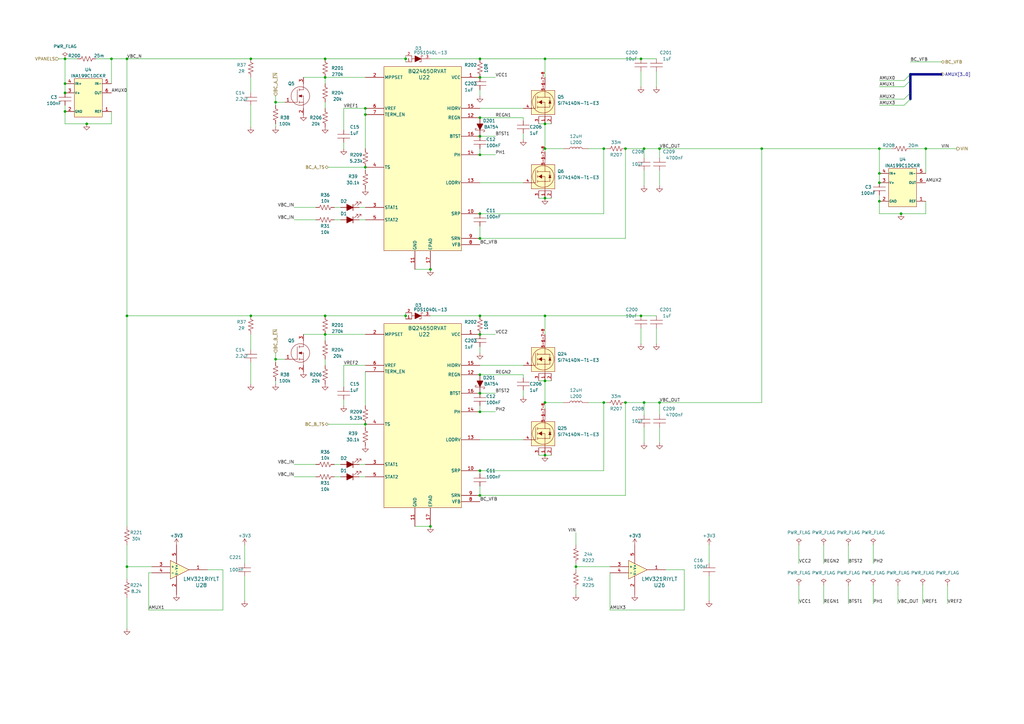
<source format=kicad_sch>
(kicad_sch (version 20230121) (generator eeschema)
  (paper "A3")
  (junction (at 196.85 137.16))
  (junction (at 35.56 50.8))
  (junction (at 223.52 24.13))
  (junction (at 102.87 24.13))
  (junction (at 196.85 97.79))
  (junction (at 223.52 156.21))
  (junction (at 196.85 161.29))
  (junction (at 196.85 48.26))
  (junction (at 176.53 215.9))
  (junction (at 369.57 87.63))
  (junction (at 52.07 232.41))
  (junction (at 196.85 24.13))
  (junction (at 196.85 87.63))
  (junction (at 133.35 137.16))
  (junction (at 45.72 24.13))
  (junction (at 196.85 63.5))
  (junction (at 223.52 186.69))
  (junction (at 270.51 165.1))
  (junction (at 166.37 129.54))
  (junction (at 256.54 60.96))
  (junction (at 149.86 46.99))
  (junction (at 247.65 165.1))
  (junction (at 196.85 203.2))
  (junction (at 223.52 60.96))
  (junction (at 196.85 31.75))
  (junction (at 360.68 71.12))
  (junction (at 262.89 129.54))
  (junction (at 113.03 41.91))
  (junction (at 264.16 60.96))
  (junction (at 133.35 31.75))
  (junction (at 360.68 82.55))
  (junction (at 379.73 60.96))
  (junction (at 102.87 129.54))
  (junction (at 196.85 153.67))
  (junction (at 256.54 165.1))
  (junction (at 52.07 129.54))
  (junction (at 312.42 60.96))
  (junction (at 113.03 147.32))
  (junction (at 223.52 81.28))
  (junction (at 223.52 50.8))
  (junction (at 270.51 60.96))
  (junction (at 196.85 129.54))
  (junction (at 149.86 68.58))
  (junction (at 26.67 38.1))
  (junction (at 149.86 44.45))
  (junction (at 149.86 173.99))
  (junction (at 166.37 24.13))
  (junction (at 196.85 168.91))
  (junction (at 223.52 129.54))
  (junction (at 52.07 24.13))
  (junction (at 196.85 193.04))
  (junction (at 236.22 232.41))
  (junction (at 26.67 24.13))
  (junction (at 264.16 165.1))
  (junction (at 247.65 60.96))
  (junction (at 26.67 45.72))
  (junction (at 196.85 55.88))
  (junction (at 26.67 34.29))
  (junction (at 133.35 24.13))
  (junction (at 133.35 129.54))
  (junction (at 262.89 24.13))
  (junction (at 360.68 60.96))
  (junction (at 176.53 110.49))
  (junction (at 360.68 74.93))
  (junction (at 223.52 165.1))
  (bus_entry (at 373.38 30.48) (size -2.54 2.54))
  (bus_entry (at 373.38 33.02) (size -2.54 2.54))
  (bus_entry (at 373.38 38.1) (size -2.54 2.54))
  (bus_entry (at 373.38 40.64) (size -2.54 2.54))
  (wire (pts (xy 170.18 110.49) (xy 176.53 110.49)))
  (wire (pts (xy 270.51 69.85) (xy 270.51 76.2)))
  (wire (pts (xy 337.82 223.52) (xy 337.82 231.14)))
  (wire (pts (xy 196.85 199.39) (xy 196.85 203.2)))
  (wire (pts (xy 52.07 129.54) (xy 52.07 215.9)))
  (wire (pts (xy 102.87 43.18) (xy 102.87 52.07)))
  (wire (pts (xy 140.97 163.83) (xy 140.97 166.37)))
  (wire (pts (xy 60.96 234.95) (xy 60.96 250.19)))
  (wire (pts (xy 196.85 24.13) (xy 223.52 24.13)))
  (wire (pts (xy 256.54 60.96) (xy 264.16 60.96)))
  (wire (pts (xy 373.38 25.4) (xy 386.08 25.4)))
  (wire (pts (xy 264.16 69.85) (xy 264.16 76.2)))
  (wire (pts (xy 102.87 31.75) (xy 102.87 38.1)))
  (wire (pts (xy 327.66 223.52) (xy 327.66 231.14)))
  (wire (pts (xy 360.68 33.02) (xy 370.84 33.02)))
  (wire (pts (xy 91.44 233.68) (xy 85.09 233.68)))
  (wire (pts (xy 327.66 240.03) (xy 327.66 247.65)))
  (wire (pts (xy 35.56 50.8) (xy 45.72 50.8)))
  (wire (pts (xy 369.57 87.63) (xy 360.68 87.63)))
  (wire (pts (xy 270.51 60.96) (xy 312.42 60.96)))
  (bus (pts (xy 373.38 30.48) (xy 373.38 33.02)) (stroke (width 1)))
  (wire (pts (xy 264.16 165.1) (xy 270.51 165.1)))
  (wire (pts (xy 140.97 44.45) (xy 149.86 44.45)))
  (wire (pts (xy 223.52 156.21) (xy 226.06 156.21)))
  (wire (pts (xy 100.33 223.52) (xy 100.33 231.14)))
  (wire (pts (xy 113.03 147.32) (xy 113.03 148.59)))
  (wire (pts (xy 166.37 128.27) (xy 166.37 129.54)))
  (wire (pts (xy 379.73 87.63) (xy 379.73 82.55)))
  (wire (pts (xy 220.98 50.8) (xy 223.52 50.8)))
  (wire (pts (xy 26.67 50.8) (xy 26.67 45.72)))
  (wire (pts (xy 140.97 44.45) (xy 140.97 53.34)))
  (wire (pts (xy 120.65 195.58) (xy 129.54 195.58)))
  (wire (pts (xy 290.83 236.22) (xy 290.83 246.38)))
  (wire (pts (xy 116.84 41.91) (xy 113.03 41.91)))
  (bus (pts (xy 373.38 38.1) (xy 373.38 40.64)) (stroke (width 1)))
  (wire (pts (xy 140.97 149.86) (xy 140.97 158.75)))
  (wire (pts (xy 149.86 173.99) (xy 149.86 175.26)))
  (wire (pts (xy 373.38 60.96) (xy 379.73 60.96)))
  (wire (pts (xy 113.03 50.8) (xy 113.03 52.07)))
  (wire (pts (xy 256.54 203.2) (xy 256.54 165.1)))
  (wire (pts (xy 220.98 81.28) (xy 223.52 81.28)))
  (wire (pts (xy 241.3 60.96) (xy 247.65 60.96)))
  (wire (pts (xy 133.35 137.16) (xy 149.86 137.16)))
  (bus (pts (xy 386.08 30.48) (xy 373.38 30.48)) (stroke (width 1)))
  (wire (pts (xy 214.63 153.67) (xy 214.63 154.94)))
  (wire (pts (xy 264.16 60.96) (xy 264.16 64.77)))
  (wire (pts (xy 149.86 68.58) (xy 149.86 69.85)))
  (wire (pts (xy 52.07 232.41) (xy 62.23 232.41)))
  (wire (pts (xy 133.35 31.75) (xy 133.35 34.29)))
  (wire (pts (xy 196.85 87.63) (xy 247.65 87.63)))
  (wire (pts (xy 214.63 54.61) (xy 214.63 57.15)))
  (wire (pts (xy 52.07 245.11) (xy 52.07 257.81)))
  (wire (pts (xy 256.54 165.1) (xy 264.16 165.1)))
  (wire (pts (xy 360.68 71.12) (xy 360.68 74.93)))
  (wire (pts (xy 133.35 129.54) (xy 166.37 129.54)))
  (wire (pts (xy 45.72 24.13) (xy 52.07 24.13)))
  (wire (pts (xy 264.16 165.1) (xy 264.16 170.18)))
  (wire (pts (xy 203.2 137.16) (xy 196.85 137.16)))
  (wire (pts (xy 102.87 24.13) (xy 133.35 24.13)))
  (wire (pts (xy 223.52 81.28) (xy 226.06 81.28)))
  (wire (pts (xy 269.24 29.21) (xy 269.24 35.56)))
  (wire (pts (xy 176.53 24.13) (xy 196.85 24.13)))
  (wire (pts (xy 379.73 60.96) (xy 379.73 71.12)))
  (wire (pts (xy 262.89 29.21) (xy 262.89 35.56)))
  (wire (pts (xy 196.85 193.04) (xy 247.65 193.04)))
  (wire (pts (xy 113.03 144.78) (xy 113.03 147.32)))
  (wire (pts (xy 137.16 90.17) (xy 139.7 90.17)))
  (wire (pts (xy 102.87 148.59) (xy 102.87 157.48)))
  (wire (pts (xy 203.2 168.91) (xy 196.85 168.91)))
  (wire (pts (xy 133.35 41.91) (xy 133.35 44.45)))
  (wire (pts (xy 369.57 87.63) (xy 379.73 87.63)))
  (wire (pts (xy 360.68 87.63) (xy 360.68 82.55)))
  (wire (pts (xy 223.52 165.1) (xy 231.14 165.1)))
  (wire (pts (xy 133.35 147.32) (xy 133.35 149.86)))
  (wire (pts (xy 52.07 24.13) (xy 52.07 129.54)))
  (wire (pts (xy 290.83 223.52) (xy 290.83 231.14)))
  (wire (pts (xy 45.72 24.13) (xy 45.72 34.29)))
  (wire (pts (xy 60.96 234.95) (xy 62.23 234.95)))
  (wire (pts (xy 26.67 34.29) (xy 26.67 38.1)))
  (wire (pts (xy 124.46 31.75) (xy 133.35 31.75)))
  (wire (pts (xy 26.67 24.13) (xy 31.75 24.13)))
  (wire (pts (xy 247.65 193.04) (xy 247.65 165.1)))
  (wire (pts (xy 270.51 165.1) (xy 312.42 165.1)))
  (wire (pts (xy 220.98 186.69) (xy 223.52 186.69)))
  (wire (pts (xy 52.07 129.54) (xy 102.87 129.54)))
  (wire (pts (xy 134.62 173.99) (xy 149.86 173.99)))
  (wire (pts (xy 52.07 232.41) (xy 52.07 237.49)))
  (wire (pts (xy 223.52 24.13) (xy 223.52 31.75)))
  (wire (pts (xy 120.65 90.17) (xy 129.54 90.17)))
  (wire (pts (xy 236.22 243.84) (xy 236.22 241.3)))
  (wire (pts (xy 360.68 40.64) (xy 370.84 40.64)))
  (wire (pts (xy 102.87 129.54) (xy 133.35 129.54)))
  (wire (pts (xy 137.16 190.5) (xy 139.7 190.5)))
  (wire (pts (xy 26.67 43.18) (xy 26.67 45.72)))
  (wire (pts (xy 113.03 156.21) (xy 113.03 157.48)))
  (wire (pts (xy 247.65 87.63) (xy 247.65 60.96)))
  (wire (pts (xy 280.67 250.19) (xy 280.67 233.68)))
  (wire (pts (xy 269.24 134.62) (xy 269.24 140.97)))
  (wire (pts (xy 241.3 165.1) (xy 247.65 165.1)))
  (bus (pts (xy 373.38 33.02) (xy 373.38 38.1)) (stroke (width 1)))
  (wire (pts (xy 196.85 166.37) (xy 196.85 168.91)))
  (wire (pts (xy 223.52 129.54) (xy 223.52 137.16)))
  (wire (pts (xy 149.86 152.4) (xy 149.86 166.37)))
  (wire (pts (xy 378.46 240.03) (xy 378.46 247.65)))
  (wire (pts (xy 196.85 92.71) (xy 196.85 97.79)))
  (wire (pts (xy 368.3 240.03) (xy 368.3 247.65)))
  (wire (pts (xy 250.19 232.41) (xy 236.22 232.41)))
  (wire (pts (xy 100.33 236.22) (xy 100.33 246.38)))
  (wire (pts (xy 247.65 60.96) (xy 248.92 60.96)))
  (wire (pts (xy 360.68 35.56) (xy 370.84 35.56)))
  (wire (pts (xy 214.63 48.26) (xy 214.63 49.53)))
  (wire (pts (xy 280.67 233.68) (xy 273.05 233.68)))
  (wire (pts (xy 223.52 156.21) (xy 223.52 165.1)))
  (wire (pts (xy 196.85 97.79) (xy 256.54 97.79)))
  (wire (pts (xy 140.97 149.86) (xy 149.86 149.86)))
  (wire (pts (xy 35.56 50.8) (xy 26.67 50.8)))
  (wire (pts (xy 39.37 24.13) (xy 45.72 24.13)))
  (wire (pts (xy 166.37 22.86) (xy 166.37 24.13)))
  (wire (pts (xy 196.85 74.93) (xy 214.63 74.93)))
  (wire (pts (xy 270.51 175.26) (xy 270.51 181.61)))
  (wire (pts (xy 133.35 24.13) (xy 166.37 24.13)))
  (wire (pts (xy 223.52 50.8) (xy 226.06 50.8)))
  (wire (pts (xy 116.84 147.32) (xy 113.03 147.32)))
  (wire (pts (xy 256.54 97.79) (xy 256.54 60.96)))
  (wire (pts (xy 134.62 68.58) (xy 149.86 68.58)))
  (wire (pts (xy 176.53 129.54) (xy 196.85 129.54)))
  (wire (pts (xy 270.51 60.96) (xy 270.51 64.77)))
  (wire (pts (xy 236.22 232.41) (xy 236.22 233.68)))
  (wire (pts (xy 223.52 50.8) (xy 223.52 60.96)))
  (wire (pts (xy 312.42 60.96) (xy 360.68 60.96)))
  (wire (pts (xy 120.65 190.5) (xy 129.54 190.5)))
  (wire (pts (xy 223.52 186.69) (xy 226.06 186.69)))
  (wire (pts (xy 149.86 44.45) (xy 149.86 46.99)))
  (wire (pts (xy 120.65 85.09) (xy 129.54 85.09)))
  (wire (pts (xy 337.82 240.03) (xy 337.82 247.65)))
  (wire (pts (xy 26.67 24.13) (xy 26.67 34.29)))
  (wire (pts (xy 223.52 129.54) (xy 262.89 129.54)))
  (wire (pts (xy 360.68 60.96) (xy 360.68 71.12)))
  (wire (pts (xy 170.18 215.9) (xy 176.53 215.9)))
  (wire (pts (xy 360.68 43.18) (xy 370.84 43.18)))
  (wire (pts (xy 196.85 142.24) (xy 196.85 144.78)))
  (wire (pts (xy 196.85 48.26) (xy 214.63 48.26)))
  (wire (pts (xy 147.32 190.5) (xy 149.86 190.5)))
  (wire (pts (xy 137.16 195.58) (xy 139.7 195.58)))
  (wire (pts (xy 52.07 223.52) (xy 52.07 232.41)))
  (wire (pts (xy 147.32 195.58) (xy 149.86 195.58)))
  (wire (pts (xy 133.35 31.75) (xy 149.86 31.75)))
  (wire (pts (xy 203.2 161.29) (xy 196.85 161.29)))
  (wire (pts (xy 137.16 85.09) (xy 139.7 85.09)))
  (wire (pts (xy 223.52 24.13) (xy 262.89 24.13)))
  (wire (pts (xy 196.85 153.67) (xy 214.63 153.67)))
  (wire (pts (xy 347.98 223.52) (xy 347.98 231.14)))
  (wire (pts (xy 24.13 24.13) (xy 26.67 24.13)))
  (wire (pts (xy 388.62 240.03) (xy 388.62 247.65)))
  (wire (pts (xy 203.2 63.5) (xy 196.85 63.5)))
  (wire (pts (xy 147.32 90.17) (xy 149.86 90.17)))
  (wire (pts (xy 220.98 156.21) (xy 223.52 156.21)))
  (wire (pts (xy 113.03 41.91) (xy 113.03 43.18)))
  (wire (pts (xy 166.37 24.13) (xy 166.37 25.4)))
  (wire (pts (xy 149.86 46.99) (xy 149.86 60.96)))
  (wire (pts (xy 247.65 165.1) (xy 248.92 165.1)))
  (wire (pts (xy 360.68 80.01) (xy 360.68 82.55)))
  (wire (pts (xy 223.52 60.96) (xy 231.14 60.96)))
  (wire (pts (xy 358.14 240.03) (xy 358.14 247.65)))
  (wire (pts (xy 270.51 165.1) (xy 270.51 170.18)))
  (wire (pts (xy 262.89 24.13) (xy 269.24 24.13)))
  (wire (pts (xy 223.52 165.1) (xy 223.52 167.64)))
  (wire (pts (xy 360.68 60.96) (xy 365.76 60.96)))
  (wire (pts (xy 133.35 137.16) (xy 133.35 139.7)))
  (wire (pts (xy 264.16 60.96) (xy 270.51 60.96)))
  (wire (pts (xy 203.2 31.75) (xy 196.85 31.75)))
  (wire (pts (xy 166.37 129.54) (xy 166.37 130.81)))
  (wire (pts (xy 358.14 223.52) (xy 358.14 231.14)))
  (wire (pts (xy 91.44 233.68) (xy 91.44 250.19)))
  (wire (pts (xy 196.85 203.2) (xy 256.54 203.2)))
  (wire (pts (xy 262.89 134.62) (xy 262.89 140.97)))
  (wire (pts (xy 196.85 44.45) (xy 214.63 44.45)))
  (wire (pts (xy 236.22 231.14) (xy 236.22 232.41)))
  (wire (pts (xy 45.72 50.8) (xy 45.72 45.72)))
  (wire (pts (xy 214.63 160.02) (xy 214.63 162.56)))
  (wire (pts (xy 60.96 250.19) (xy 91.44 250.19)))
  (wire (pts (xy 124.46 137.16) (xy 133.35 137.16)))
  (wire (pts (xy 347.98 240.03) (xy 347.98 247.65)))
  (wire (pts (xy 140.97 58.42) (xy 140.97 60.96)))
  (wire (pts (xy 250.19 234.95) (xy 250.19 250.19)))
  (wire (pts (xy 312.42 165.1) (xy 312.42 60.96)))
  (wire (pts (xy 262.89 129.54) (xy 269.24 129.54)))
  (wire (pts (xy 196.85 149.86) (xy 214.63 149.86)))
  (wire (pts (xy 223.52 60.96) (xy 223.52 62.23)))
  (wire (pts (xy 203.2 55.88) (xy 196.85 55.88)))
  (wire (pts (xy 379.73 60.96) (xy 392.43 60.96)))
  (wire (pts (xy 196.85 129.54) (xy 223.52 129.54)))
  (wire (pts (xy 113.03 39.37) (xy 113.03 41.91)))
  (wire (pts (xy 250.19 250.19) (xy 280.67 250.19)))
  (wire (pts (xy 196.85 180.34) (xy 214.63 180.34)))
  (wire (pts (xy 147.32 85.09) (xy 149.86 85.09)))
  (wire (pts (xy 196.85 193.04) (xy 196.85 194.31)))
  (wire (pts (xy 196.85 36.83) (xy 196.85 39.37)))
  (wire (pts (xy 236.22 218.44) (xy 236.22 223.52)))
  (wire (pts (xy 196.85 60.96) (xy 196.85 63.5)))
  (wire (pts (xy 52.07 24.13) (xy 102.87 24.13)))
  (wire (pts (xy 264.16 175.26) (xy 264.16 181.61)))
  (wire (pts (xy 102.87 137.16) (xy 102.87 143.51)))
  (label "REGN2" (at 203.2 153.67 0))
  (label "AMUX3" (at 250.19 250.19 0))
  (label "BC_VFB" (at 373.38 25.4 0))
  (label "VBC_OUT" (at 270.51 60.96 0))
  (label "VBC_OUT" (at 270.51 165.1 0))
  (label "VREF2" (at 388.62 247.65 0))
  (label "PH2" (at 203.2 168.91 0))
  (label "AMUX0" (at 45.72 38.1 0))
  (label "VIN" (at 236.22 218.44 180))
  (label "VBC_IN" (at 120.65 195.58 180))
  (label "AMUX2" (at 379.73 74.93 0))
  (label "REGN1" (at 337.82 247.65 0))
  (label "VCC1" (at 327.66 247.65 0))
  (label "AMUX1" (at 60.96 250.19 0))
  (label "AMUX2" (at 360.68 40.64 0))
  (label "PH1" (at 358.14 247.65 0))
  (label "VREF2" (at 140.97 149.86 0))
  (label "VREF1" (at 378.46 247.65 0))
  (label "VBC_IN" (at 120.65 85.09 180))
  (label "BC_VFB" (at 196.85 205.74 0))
  (label "VBC_N" (at 52.07 24.13 0))
  (label "PH2" (at 358.14 231.14 0))
  (label "AMUX3" (at 360.68 43.18 0))
  (label "VBC_IN" (at 120.65 90.17 180))
  (label "VBC_IN" (at 120.65 190.5 180))
  (label "VCC2" (at 203.2 137.16 0))
  (label "BTST1" (at 347.98 247.65 0))
  (label "VBC_OUT" (at 368.3 247.65 0))
  (label "AMUX0" (at 360.68 33.02 0))
  (label "REGN2" (at 337.82 231.14 0))
  (label "BTST1" (at 203.2 55.88 0))
  (label "VCC2" (at 327.66 231.14 0))
  (label "VCC1" (at 203.2 31.75 0))
  (label "BTST2" (at 203.2 161.29 0))
  (label "BTST2" (at 347.98 231.14 0))
  (label "VIN" (at 386.08 60.96 0))
  (label "PH1" (at 203.2 63.5 0))
  (label "BC_VFB" (at 196.85 100.33 0))
  (label "VREF1" (at 140.97 44.45 0))
  (label "REGN1" (at 203.2 48.26 0))
  (label "AMUX1" (at 360.68 35.56 0))
  (hierarchical_label "BC_A_TS" (shape bidirectional) (at 134.62 68.58 180))
  (hierarchical_label "BC_VFB" (shape bidirectional) (at 386.08 25.4 0))
  (hierarchical_label "BC_B_TS" (shape bidirectional) (at 134.62 173.99 180))
  (hierarchical_label "AMUX[3..0]" (shape output) (at 386.08 30.48 0))
  (hierarchical_label "VIN" (shape output) (at 392.43 60.96 0))
  (hierarchical_label "BC_A_~{EN}" (shape input) (at 113.03 39.37 90))
  (hierarchical_label "VPANELS" (shape input) (at 24.13 24.13 180))
  (hierarchical_label "BC_B_~{EN}" (shape input) (at 113.03 144.78 90))
  (symbol (lib_id "C0805C105K5RACTU:C0805C105K5RACTU") (at 269.24 129.54 0) (unit 1)
    (property "Reference" "C201" (at 270.51 127 0) (effects (justify left)))
    (property "Value" "1uF" (at 271.78 129.54 0) (effects (justify left)))
    (property "Footprint" "footprints:C0805C105K5RACTU" (effects hide))
    (property "Datasheet" "http://www.kemet.com/Lists/ProductCatalog/Attachments/53/KEM_C1002_X7R_SMD.pdf" (effects hide))
    (property "capacitance" "1uF" (effects hide))
    (property "category" "Cap" (effects hide))
    (property "device class L1" "Passive Components" (effects hide))
    (property "device class L2" "Capacitors" (effects hide))
    (property "device class L3" "Ceramic Capacitors" (effects hide))
    (property "digikey description" "CAP CER 1UF 50V X7R 0805" (effects hide))
    (property "digikey part number" "399-7409-2-ND" (effects hide))
    (property "height" "1.4mm" (effects hide))
    (property "ipc land pattern name" "CAPC200125X787" (effects hide))
    (property "lead free" "yes" (effects hide))
    (property "library id" "ac83af3950e2a3c3" (effects hide))
    (property "manufacturer" "Kemet" (effects hide))
    (property "material" "Ceramic" (effects hide))
    (property "mouser description" "Multilayer Ceramic Capacitors MLCC - SMD/SMT 1uF 50 Volts 10% X7R" (effects hide))
    (property "mouser part number" "80-C0805C105K5R" (effects hide))
    (property "package" "0805 (2012 metric)" (effects hide))
    (property "rohs" "yes" (effects hide))
    (property "standoff height" "0mm" (effects hide))
    (property "temperature characteristic" "X7R" (effects hide))
    (property "temperature range high" "+125°C" (effects hide))
    (property "temperature range low" "-55°C" (effects hide))
    (property "tolerance" "10%" (effects hide))
    (property "voltage rating" "50V" (effects hide))
    (instances (project "eps-re_project" (path "" (reference "C201") (unit 1)) (path "" (reference "C87") (unit 1))) (project "EPSpg3" (path "" (reference "C23") (unit 1))))
  )
  (symbol (lib_id "power:GND") (at 260.35 243.84 0) (unit 1)
    (property "Reference" "#PWR063" (effects hide))
    (property "Value" "Earth" (effects hide))
    (instances (project "eps-re_project" (path "" (reference "#PWR063") (unit 1)) (path "" (reference "#PWR080") (unit 1))) (project "EPSpg3" (path "" (reference "#PWR034") (unit 1))))
  )
  (symbol (lib_id "744770112:744770112") (at 228.6 60.96 0) (unit 1)
    (property "Reference" "L200" (at 236.22 58.42 0))
    (property "Value" "12uH" (at 236.22 55.88 0))
    (property "Footprint" "footprints:744770112" (effects hide))
    (property "Mouser Part Number" "710-744770112" (effects hide))
    (property "Mouser Price/Stock" "https://www.mouser.co.uk/ProductDetail/Wurth-Elektronik/744770112?qs=E%2F%2FhvbtCqpOJhaQEzaGKow%3D%3D" (effects hide))
    (property "Manufacturer_Name" "Wurth Elektronik" (effects hide))
    (property "Manufacturer_Part_Number" "744770112" (effects hide))
    (instances (project "eps-re_project" (path "" (reference "L200") (unit 1)) (path "" (reference "L3") (unit 1))) (project "EPSpg3" (path "" (reference "L2") (unit 1))))
  )
  (symbol (lib_id "C0603C104K5RACTU:C0603C104K5RACTU") (at 26.67 38.1 0) (unit 1)
    (property "Reference" "C3" (at 22.098 39.878 0))
    (property "Value" "100nF" (at 22.098 42.418 0))
    (property "Footprint" "footprints:C0603C104K5RACTU" (effects hide))
    (property "Datasheet" "https://api.kemet.com/component-edge/download/datasheet/C0603C100J5GACAUTO.pdf" (effects hide))
    (property "automotive" "Yes" (effects hide))
    (property "automotive grade" "Grade 1" (effects hide))
    (property "capacitance" "0.10 μF" (effects hide))
    (property "category" "Cap" (effects hide))
    (property "device class L1" "Passive Components" (effects hide))
    (property "device class L2" "Capacitors" (effects hide))
    (property "device class L3" "Ceramic Capacitors" (effects hide))
    (property "digikey description" "CAP CER 0.1UF 50V X7R 0603" (effects hide))
    (property "digikey part number" "399-5089-2-ND" (effects hide))
    (property "height" "0.87mm" (effects hide))
    (property "lead free" "Yes" (effects hide))
    (property "library id" "73022d3323b2b2b8" (effects hide))
    (property "manufacturer" "KEMET" (effects hide))
    (property "material" "Ceramic" (effects hide))
    (property "mouser part number" "80-C0603C104K5R7867" (effects hide))
    (property "package" "0603" (effects hide))
    (property "rohs" "Yes" (effects hide))
    (property "temperature characteristic" "X7R" (effects hide))
    (property "temperature coefficient" "30ppm/°C" (effects hide))
    (property "temperature range high" "+125°C" (effects hide))
    (property "temperature range low" "-55°C" (effects hide))
    (property "tolerance" "0.1" (effects hide))
    (property "voltage rating" "50 V" (effects hide))
    (instances (project "eps-re_project" (path "" (reference "C3") (unit 1)) (path "" (reference "C6") (unit 1)) (path "" (reference "C9") (unit 1)) (path "" (reference "C40") (unit 1)) (path "" (reference "C43") (unit 1))) (project "EPS Analogico" (path "" (reference "C1") (unit 1))))
  )
  (symbol (lib_id "power:GND") (at 236.22 243.84 0) (mirror y) (unit 1)
    (property "Reference" "#PWR066" (effects hide))
    (property "Value" "Earth" (effects hide))
    (instances (project "eps-re_project" (path "" (reference "#PWR066") (unit 1)) (path "" (reference "#PWR0120") (unit 1))) (project "EPSpg3" (path "" (reference "#PWR041") (unit 1))))
  )
  (symbol (lib_id "Device:R_US") (at 196.85 27.94 0) (unit 1)
    (property "Reference" "R202" (at 193.04 26.67 0))
    (property "Value" "10R" (at 199.39 27.94 90))
    (instances (project "eps-re_project" (path "" (reference "R202") (unit 1)) (path "" (reference "R106") (unit 1))) (project "EPSpg3" (path "" (reference "R23") (unit 1))))
  )
  (symbol (lib_id "power:GND") (at 264.16 76.2 0) (unit 1)
    (property "Reference" "#PWR057" (effects hide))
    (property "Value" "Earth" (effects hide))
    (instances (project "eps-re_project" (path "" (reference "#PWR057") (unit 1)) (path "" (reference "#PWR0110") (unit 1))) (project "EPSpg3" (path "" (reference "#PWR031") (unit 1))))
  )
  (symbol (lib_id "C0805C105K5RACTU:C0805C105K5RACTU") (at 140.97 53.34 0) (unit 1)
    (property "Reference" "C15" (at 143.51 52.07 0) (effects (justify left)))
    (property "Value" "1uF" (at 143.51 54.61 0) (effects (justify left)))
    (property "Footprint" "footprints:C0805C105K5RACTU" (effects hide))
    (property "Datasheet" "http://www.kemet.com/Lists/ProductCatalog/Attachments/53/KEM_C1002_X7R_SMD.pdf" (effects hide))
    (property "capacitance" "1uF" (effects hide))
    (property "category" "Cap" (effects hide))
    (property "device class L1" "Passive Components" (effects hide))
    (property "device class L2" "Capacitors" (effects hide))
    (property "device class L3" "Ceramic Capacitors" (effects hide))
    (property "digikey description" "CAP CER 1UF 50V X7R 0805" (effects hide))
    (property "digikey part number" "399-7409-2-ND" (effects hide))
    (property "height" "1.4mm" (effects hide))
    (property "ipc land pattern name" "CAPC200125X787" (effects hide))
    (property "lead free" "yes" (effects hide))
    (property "library id" "ac83af3950e2a3c3" (effects hide))
    (property "manufacturer" "Kemet" (effects hide))
    (property "material" "Ceramic" (effects hide))
    (property "mouser description" "Multilayer Ceramic Capacitors MLCC - SMD/SMT 1uF 50 Volts 10% X7R" (effects hide))
    (property "mouser part number" "80-C0805C105K5R" (effects hide))
    (property "package" "0805 (2012 metric)" (effects hide))
    (property "rohs" "yes" (effects hide))
    (property "standoff height" "0mm" (effects hide))
    (property "temperature characteristic" "X7R" (effects hide))
    (property "temperature range high" "+125°C" (effects hide))
    (property "temperature range low" "-55°C" (effects hide))
    (property "tolerance" "10%" (effects hide))
    (property "voltage rating" "50V" (effects hide))
    (instances (project "eps-re_project" (path "" (reference "C15") (unit 1)) (path "" (reference "C76") (unit 1))) (project "EPSpg3" (path "" (reference "C6") (unit 1))))
  )
  (symbol (lib_id "power:GND") (at 140.97 60.96 0) (unit 1)
    (property "Reference" "#PWR052" (effects hide))
    (property "Value" "Earth" (effects hide))
    (instances (project "eps-re_project" (path "" (reference "#PWR052") (unit 1)) (path "" (reference "#PWR096") (unit 1))) (project "EPSpg3" (path "" (reference "#PWR017") (unit 1))))
  )
  (symbol (lib_id "C0603C104K5RACTU:C0603C104K5RACTU") (at 290.83 231.14 0) (unit 1)
    (property "Reference" "C16" (at 284.48 229.87 0) (effects (justify left)))
    (property "Value" "100nF" (at 284.48 232.41 0) (effects (justify left)))
    (property "Footprint" "footprints:C0603C104K5RACTU" (effects hide))
    (property "Datasheet" "https://api.kemet.com/component-edge/download/datasheet/C0603C100J5GACAUTO.pdf" (effects hide))
    (property "automotive" "Yes" (effects hide))
    (property "automotive grade" "Grade 1" (effects hide))
    (property "capacitance" "0.10 μF" (effects hide))
    (property "category" "Cap" (effects hide))
    (property "device class L1" "Passive Components" (effects hide))
    (property "device class L2" "Capacitors" (effects hide))
    (property "device class L3" "Ceramic Capacitors" (effects hide))
    (property "digikey description" "CAP CER 0.1UF 50V X7R 0603" (effects hide))
    (property "digikey part number" "399-5089-2-ND" (effects hide))
    (property "height" "0.87mm" (effects hide))
    (property "lead free" "Yes" (effects hide))
    (property "library id" "73022d3323b2b2b8" (effects hide))
    (property "manufacturer" "KEMET" (effects hide))
    (property "material" "Ceramic" (effects hide))
    (property "mouser part number" "80-C0603C104K5R7867" (effects hide))
    (property "package" "0603" (effects hide))
    (property "rohs" "Yes" (effects hide))
    (property "temperature characteristic" "X7R" (effects hide))
    (property "temperature coefficient" "30ppm/°C" (effects hide))
    (property "temperature range high" "+125°C" (effects hide))
    (property "temperature range low" "-55°C" (effects hide))
    (property "tolerance" "0.1" (effects hide))
    (property "voltage rating" "50 V" (effects hide))
    (instances (project "eps-re_project" (path "" (reference "C16") (unit 1)) (path "" (reference "C91") (unit 1))) (project "EPSpg3" (path "" (reference "C21") (unit 1))))
  )
  (symbol (lib_id "power:PWR_FLAG") (at 368.3 240.03 0) (unit 1)
    (property "Reference" "#FLG016" (effects hide))
    (property "Value" "PWR_FLAG" (at 368.3 234.95 0))
  )
  (symbol (lib_id "Device:R_US") (at 133.35 190.5 270) (unit 1)
    (property "Reference" "R36" (at 133.35 185.42 90))
    (property "Value" "10k" (at 133.4173 187.8483 90))
    (instances (project "eps-re_project" (path "" (reference "R36") (unit 1)) (path "" (reference "R94") (unit 1))) (project "EPSpg3" (path "" (reference "R13") (unit 1))))
  )
  (symbol (lib_id "C0603C104K5RACTU:C0603C104K5RACTU") (at 196.85 194.31 0) (unit 1)
    (property "Reference" "C11" (at 199.39 193.04 0) (effects (justify left)))
    (property "Value" "100nF" (at 199.39 195.58 0) (effects (justify left)))
    (property "Footprint" "footprints:C0603C104K5RACTU" (effects hide))
    (property "Datasheet" "https://api.kemet.com/component-edge/download/datasheet/C0603C100J5GACAUTO.pdf" (effects hide))
    (property "automotive" "Yes" (effects hide))
    (property "automotive grade" "Grade 1" (effects hide))
    (property "capacitance" "0.10 μF" (effects hide))
    (property "category" "Cap" (effects hide))
    (property "device class L1" "Passive Components" (effects hide))
    (property "device class L2" "Capacitors" (effects hide))
    (property "device class L3" "Ceramic Capacitors" (effects hide))
    (property "digikey description" "CAP CER 0.1UF 50V X7R 0603" (effects hide))
    (property "digikey part number" "399-5089-2-ND" (effects hide))
    (property "height" "0.87mm" (effects hide))
    (property "lead free" "Yes" (effects hide))
    (property "library id" "73022d3323b2b2b8" (effects hide))
    (property "manufacturer" "KEMET" (effects hide))
    (property "material" "Ceramic" (effects hide))
    (property "mouser part number" "80-C0603C104K5R7867" (effects hide))
    (property "package" "0603" (effects hide))
    (property "rohs" "Yes" (effects hide))
    (property "temperature characteristic" "X7R" (effects hide))
    (property "temperature coefficient" "30ppm/°C" (effects hide))
    (property "temperature range high" "+125°C" (effects hide))
    (property "temperature range low" "-55°C" (effects hide))
    (property "tolerance" "0.1" (effects hide))
    (property "voltage rating" "50 V" (effects hide))
    (instances (project "eps-re_project" (path "" (reference "C11") (unit 1)) (path "" (reference "C79") (unit 1))) (project "EPSpg3" (path "" (reference "C13") (unit 1))))
  )
  (symbol (lib_id "Device:R_US") (at 196.85 133.35 0) (unit 1)
    (property "Reference" "R202" (at 193.04 132.08 0))
    (property "Value" "10R" (at 199.39 133.35 90))
    (instances (project "eps-re_project" (path "" (reference "R202") (unit 1)) (path "" (reference "R105") (unit 1))) (project "EPSpg3" (path "" (reference "R23") (unit 1))))
  )
  (symbol (lib_id "Device:R_US") (at 133.35 143.51 0) (unit 1)
    (property "Reference" "R204" (at 138.43 143.51 0))
    (property "Value" "20k" (at 138.43 146.05 0))
    (instances (project "eps-re_project" (path "" (reference "R204") (unit 1)) (path "" (reference "R91") (unit 1))) (project "EPSpg3" (path "" (reference "R18") (unit 1))))
  )
  (symbol (lib_id "Device:LED_Filled") (at 143.51 90.17 180) (unit 1)
    (property "Reference" "D1" (at 140.97 87.63 0))
    (property "Value" "LED" (effects hide))
    (instances (project "eps-re_project" (path "" (reference "D1") (unit 1)) (path "" (reference "D8") (unit 1))) (project "EPSpg3" (path "" (reference "D4") (unit 1))))
  )
  (symbol (lib_id "SI7414DN-T1-E3:SI7414DN-T1-E3") (at 223.52 172.72 0) (unit 1)
    (property "Reference" "Q25" (at 228.6 175.665 0) (effects (justify left)))
    (property "Value" "SI7414DN-T1-E3" (at 228.6 178.205 0) (effects (justify left)))
    (property "Footprint" "footprints:SI7414DN-T1-E3" (effects hide))
    (property "Datasheet" "http://www.vishay.com/docs/71738/71738.pdf" (effects hide))
    (property "3DS Part Number" "457-00008" (effects hide))
    (property "automotive" "No" (effects hide))
    (property "category" "Trans" (effects hide))
    (property "continuous drain current" "5.6A" (effects hide))
    (property "depletion mode" "False" (effects hide))
    (property "device class L1" "Discrete Semiconductors" (effects hide))
    (property "device class L2" "Transistors" (effects hide))
    (property "device class L3" "MOSFETs" (effects hide))
    (property "digikey description" "MOSFET N-CH 60V 5.6A 1212-8" (effects hide))
    (property "digikey part number" "SI7414DN-T1-E3CT-ND" (effects hide))
    (property "drain to source resistance" "0.021Ω" (effects hide))
    (property "drain to source voltage" "60V" (effects hide))
    (property "gate charge at vgs" "16nC @ 10V" (effects hide))
    (property "gate to source voltage" "20V" (effects hide))
    (property "height" "1.17mm" (effects hide))
    (property "lead free" "Yes" (effects hide))
    (property "library id" "c7cf8f4b07dadfe8" (effects hide))
    (property "manufacturer" "Vishay" (effects hide))
    (property "max forward diode voltage" "1.2V" (effects hide))
    (property "max junction temp" "+150°C" (effects hide))
    (property "mouser description" "MOSFET 60V 8A 0.025 OHMS" (effects hide))
    (property "mouser part number" "781-SI7414DN-E3" (effects hide))
    (property "number of N channels" "1" (effects hide))
    (property "number of channels" "1" (effects hide))
    (property "package" "PowerPAK1212-8" (effects hide))
    (property "power dissipation" "1.5W" (effects hide))
    (property "pulse drain current" "30A" (effects hide))
    (property "reverse recovery time" "45ns" (effects hide))
    (property "rohs" "Yes" (effects hide))
    (property "rthja max" "81°C/W" (effects hide))
    (property "standoff height" "0mm" (effects hide))
    (property "technology" "MOSFET" (effects hide))
    (property "temperature range high" "+150°C" (effects hide))
    (property "temperature range low" "-55°C" (effects hide))
    (property "threshold vgs" "3V" (effects hide))
    (property "threshold vgs max" "3V" (effects hide))
    (property "threshold vgs min" "1V" (effects hide))
    (property "transconductance" "18S" (effects hide))
    (property "turn off delay time" "30ns" (effects hide))
    (property "turn on delay time" "15ns" (effects hide))
    (property "typ forward diode voltage" "0.75V" (effects hide))
  )
  (symbol (lib_id "Device:R_US") (at 149.86 179.07 0) (unit 1)
    (property "Reference" "R39" (at 144.78 177.8 0))
    (property "Value" "30.1k" (at 144.78 180.34 0))
    (instances (project "eps-re_project" (path "" (reference "R39") (unit 1)) (path "" (reference "R99") (unit 1))) (project "EPSpg3" (path "" (reference "R21") (unit 1))))
  )
  (symbol (lib_id "power:PWR_FLAG") (at 337.82 240.03 0) (unit 1)
    (property "Reference" "#FLG04" (effects hide))
    (property "Value" "PWR_FLAG" (at 337.82 234.95 0))
  )
  (symbol (lib_id "power:GND") (at 196.85 39.37 0) (unit 1)
    (property "Reference" "#PWR054" (effects hide))
    (property "Value" "Earth" (effects hide))
    (instances (project "eps-re_project" (path "" (reference "#PWR054") (unit 1)) (path "" (reference "#PWR0103") (unit 1))) (project "EPSpg3" (path "" (reference "#PWR024") (unit 1))))
  )
  (symbol (lib_id "power:GND") (at 52.07 257.81 0) (unit 1)
    (property "Reference" "#PWR084" (effects hide))
    (property "Value" "Earth" (effects hide))
    (instances (project "eps-re_project" (path "" (reference "#PWR084") (unit 1)) (path "" (reference "#PWR084") (unit 1))) (project "EPSpg3" (path "" (reference "#PWR05") (unit 1))))
  )
  (symbol (lib_id "power:GND") (at 100.33 246.38 0) (unit 1)
    (property "Reference" "#PWR086" (effects hide))
    (property "Value" "Earth" (effects hide))
    (instances (project "eps-re_project" (path "" (reference "#PWR086") (unit 1)) (path "" (reference "#PWR082") (unit 1))) (project "EPSpg3" (path "" (reference "#PWR03") (unit 1))))
  )
  (symbol (lib_id "power:GND") (at 133.35 52.07 0) (unit 1)
    (property "Reference" "#PWR051" (effects hide))
    (property "Value" "Earth" (effects hide))
    (instances (project "eps-re_project" (path "" (reference "#PWR051") (unit 1)) (path "" (reference "#PWR095") (unit 1))) (project "EPSpg3" (path "" (reference "#PWR016") (unit 1))))
  )
  (symbol (lib_id "Device:R_US") (at 102.87 27.94 0) (unit 1)
    (property "Reference" "R37" (at 99.06 26.67 0))
    (property "Value" "2R" (at 99.06 29.21 0))
    (instances (project "eps-re_project" (path "" (reference "R37") (unit 1)) (path "" (reference "R89") (unit 1))) (project "EPSpg3" (path "" (reference "R6") (unit 1))))
  )
  (symbol (lib_id "C1210C106K5RACTU:C1210C106K5RACTU") (at 264.16 64.77 0) (unit 1)
    (property "Reference" "C208" (at 259.08 62.23 0) (effects (justify left)))
    (property "Value" "10uF" (at 259.08 67.31 0) (effects (justify left)))
    (property "Footprint" "footprints:C1210C106K5RACTU" (effects hide))
    (property "Datasheet" "https://content.kemet.com/datasheets/KEM_C1002_X7R_SMD.pdf" (effects hide))
    (property "automotive" "No" (effects hide))
    (property "capacitance" "10uF" (effects hide))
    (property "category" "Cap" (effects hide))
    (property "device class L1" "Passive Components" (effects hide))
    (property "device class L2" "Capacitors" (effects hide))
    (property "device class L3" "Ceramic Capacitors" (effects hide))
    (property "digikey description" "CAP CER 10UF 50V X7R 1210" (effects hide))
    (property "digikey part number" "399-11629-1-ND" (effects hide))
    (property "height" "2.8mm" (effects hide))
    (property "ipc land pattern name" "CAPC320250X250" (effects hide))
    (property "lead free" "Yes" (effects hide))
    (property "library id" "80b9cd679ce51e4b" (effects hide))
    (property "manufacturer" "KEMET" (effects hide))
    (property "material" "Ceramic" (effects hide))
    (property "mouser description" "Multilayer Ceramic Capacitors MLCC - SMD/SMT 50volts 10uF 10% X7R" (effects hide))
    (property "mouser part number" "80-C1210C106K5R" (effects hide))
    (property "package" "1210" (effects hide))
    (property "rohs" "Yes" (effects hide))
    (property "temperature characteristic" "X7R" (effects hide))
    (property "temperature coefficient" "15%" (effects hide))
    (property "temperature range high" "+125°C" (effects hide))
    (property "temperature range low" "-55°C" (effects hide))
    (property "tolerance" "10%" (effects hide))
    (property "voltage rating" "50V" (effects hide))
    (instances (project "eps-re_project" (path "" (reference "C208") (unit 1)) (path "" (reference "C89") (unit 1))) (project "EPSpg3" (path "" (reference "C19") (unit 1))))
  )
  (symbol (lib_id "LMV321RIYLT:LMV321RIYLT") (at 260.35 234.95 0) (unit 1)
    (property "Reference" "U26" (at 270.51 240.03 0) (effects (font (size 1.524 1.524))))
    (property "Value" "LMV321RIYLT" (at 270.51 237.49 0) (effects (font (size 1.524 1.524))))
    (property "Footprint" "footprints:LMV321RIYLT" (effects hide))
    (property "Datasheet" "https://www.ti.com/lit/ds/symlink/lmv321a.pdf?ts=1685909774327&ref_url=https%253A%252F%252Fwww.ti.com%252Fproduct%252FLMV321A%253Futm_source%253Dgoogle%2526utm_medium%253Dcpc%2526utm_campaign%253Dasc-amps-null-prodfolderdynamic-cpc-pf-google-wwe_int%2526utm_content%253Dprodfolddynamic%2526ds_k%253DDYNAMIC%2BSEARCH%2BADS%2526DCM%253Dyes%2526gclid%253DCj0KCQjw7PCjBhDwARIsANo7CglKgmrjg2-xP_kD7Sy3eRYNt96GS_9SDH6Nj_DKGAXoq9uQ8th2dkkaAoGDEALw_wcB%2526gclsrc%253Daw.ds" (effects hide))
    (instances (project "eps-re_project" (path "" (reference "U26") (unit 1)) (path "" (reference "U35") (unit 1))) (project "EPSpg3" (path "" (reference "U7") (unit 1))))
  )
  (symbol (lib_id "power:PWR_FLAG") (at 347.98 240.03 0) (unit 1)
    (property "Reference" "#FLG013" (effects hide))
    (property "Value" "PWR_FLAG" (at 347.98 234.95 0))
  )
  (symbol (lib_id "power:PWR_FLAG") (at 378.46 240.03 0) (unit 1)
    (property "Reference" "#FLG017" (effects hide))
    (property "Value" "PWR_FLAG" (at 378.46 234.95 0))
  )
  (symbol (lib_id "power:PWR_FLAG") (at 327.66 240.03 0) (unit 1)
    (property "Reference" "#FLG02" (effects hide))
    (property "Value" "PWR_FLAG" (at 327.66 234.95 0))
  )
  (symbol (lib_id "Device:R_US") (at 52.07 219.71 0) (unit 1)
    (property "Reference" "R221" (at 55.88 218.44 0))
    (property "Value" "30k" (at 55.88 220.98 0))
    (instances (project "eps-re_project" (path "" (reference "R221") (unit 1)) (path "" (reference "R85") (unit 1))) (project "EPSpg3" (path "" (reference "R2") (unit 1))))
  )
  (symbol (lib_id "power:GND") (at 113.03 52.07 0) (unit 1)
    (property "Reference" "#PWR049" (effects hide))
    (property "Value" "Earth" (effects hide))
    (instances (project "eps-re_project" (path "" (reference "#PWR049") (unit 1)) (path "" (reference "#PWR090") (unit 1))) (project "EPSpg3" (path "" (reference "#PWR011") (unit 1))))
  )
  (symbol (lib_id "power:+3V3") (at 290.83 223.52 0) (unit 1)
    (property "Reference" "#PWR064" (effects hide))
    (property "Value" "+3V3" (at 290.83 219.71 0))
    (instances (project "eps-re_project" (path "" (reference "#PWR064") (unit 1)) (path "" (reference "#PWR0112") (unit 1))) (project "EPSpg3" (path "" (reference "#PWR033") (unit 1))))
  )
  (symbol (lib_id "BAT54:BAT54") (at 196.85 41.91 270) (unit 1)
    (property "Reference" "D201" (at 203.2 49.53 90) (effects (justify right)))
    (property "Value" "BAT54" (at 204.47 52.07 90) (effects (justify right)))
    (property "Footprint" "footprints:BAT54" (effects hide))
    (property "Datasheet" "https://www.rectron.com/data_sheets/bat54.pdf" (effects hide))
    (property "Height" "1.1" (effects hide))
    (property "Mouser Part Number" "583-BAT54" (effects hide))
    (property "Mouser Price/Stock" "https://www.mouser.co.uk/ProductDetail/Rectron/BAT54?qs=7pEAo90IqNGfz6H44jcxUA%3D%3D" (effects hide))
    (property "Manufacturer_Name" "Rectron" (effects hide))
    (property "Manufacturer_Part_Number" "BAT54" (effects hide))
    (instances (project "eps-re_project" (path "" (reference "D201") (unit 1)) (path "" (reference "D12") (unit 1))) (project "EPSpg3" (path "" (reference "D8") (unit 1))))
  )
  (symbol (lib_id "SI2302DDS-T1-GE3:SI2302DDS-T1-GE3") (at 116.84 41.91 0) (unit 1)
    (property "Reference" "Q5" (at 118.11 34.29 0) (effects (justify left)))
    (property "Value" "SI2302DDS-T1-GE3" (effects hide))
    (property "Footprint" "footprints:SI2302DDS-T1-GE3" (effects hide))
    (property "Datasheet" "http://www.vishay.com/docs/63653/si2302dds.pdf" (effects hide))
    (property "Height" "1.12" (effects hide))
    (property "Mouser Part Number" "78-SI2302DDS-T1-GE3" (effects hide))
    (property "Mouser Price/Stock" "https://www.mouser.co.uk/ProductDetail/Vishay-Semiconductors/SI2302DDS-T1-GE3?qs=MxnWX8BLHKdaCSNWhg%252BxLA%3D%3D" (effects hide))
    (property "Manufacturer_Name" "Vishay" (effects hide))
    (property "Manufacturer_Part_Number" "SI2302DDS-T1-GE3" (effects hide))
    (instances (project "eps-re_project" (path "" (reference "Q5") (unit 1)) (path "" (reference "Q15") (unit 1))) (project "EPSpg3" (path "" (reference "Q2") (unit 1))))
  )
  (symbol (lib_id "power:GND") (at 223.52 186.69 0) (unit 1)
    (property "Reference" "#PWR057" (effects hide))
    (property "Value" "Earth" (effects hide))
    (instances (project "eps-re_project" (path "" (reference "#PWR057") (unit 1)) (path "" (reference "#PWR021") (unit 1))) (project "EPSpg3" (path "" (reference "#PWR031") (unit 1))))
  )
  (symbol (lib_id "C0603C104K5RACTU:C0603C104K5RACTU") (at 100.33 231.14 0) (unit 1)
    (property "Reference" "C221" (at 93.98 228.6 0) (effects (justify left)))
    (property "Value" "100nF" (at 93.98 233.68 0) (effects (justify left)))
    (property "Footprint" "footprints:C0603C104K5RACTU" (effects hide))
    (property "Datasheet" "https://api.kemet.com/component-edge/download/datasheet/C0603C100J5GACAUTO.pdf" (effects hide))
    (property "automotive" "Yes" (effects hide))
    (property "automotive grade" "Grade 1" (effects hide))
    (property "capacitance" "0.10 μF" (effects hide))
    (property "category" "Cap" (effects hide))
    (property "device class L1" "Passive Components" (effects hide))
    (property "device class L2" "Capacitors" (effects hide))
    (property "device class L3" "Ceramic Capacitors" (effects hide))
    (property "digikey description" "CAP CER 0.1UF 50V X7R 0603" (effects hide))
    (property "digikey part number" "399-5089-2-ND" (effects hide))
    (property "height" "0.87mm" (effects hide))
    (property "lead free" "Yes" (effects hide))
    (property "library id" "73022d3323b2b2b8" (effects hide))
    (property "manufacturer" "KEMET" (effects hide))
    (property "material" "Ceramic" (effects hide))
    (property "mouser part number" "80-C0603C104K5R7867" (effects hide))
    (property "package" "0603" (effects hide))
    (property "rohs" "Yes" (effects hide))
    (property "temperature characteristic" "X7R" (effects hide))
    (property "temperature coefficient" "30ppm/°C" (effects hide))
    (property "temperature range high" "+125°C" (effects hide))
    (property "temperature range low" "-55°C" (effects hide))
    (property "tolerance" "0.1" (effects hide))
    (property "voltage rating" "50 V" (effects hide))
    (instances (project "eps-re_project" (path "" (reference "C221") (unit 1)) (path "" (reference "C56") (unit 1))) (project "EPSpg3" (path "" (reference "C1") (unit 1))))
  )
  (symbol (lib_id "Device:R_US") (at 133.35 38.1 0) (unit 1)
    (property "Reference" "R204" (at 138.43 38.1 0))
    (property "Value" "20k" (at 138.43 40.64 0))
    (instances (project "eps-re_project" (path "" (reference "R204") (unit 1)) (path "" (reference "R101") (unit 1))) (project "EPSpg3" (path "" (reference "R18") (unit 1))))
  )
  (symbol (lib_id "power:GND") (at 149.86 182.88 0) (unit 1)
    (property "Reference" "#PWR053" (effects hide))
    (property "Value" "Earth" (effects hide))
    (instances (project "eps-re_project" (path "" (reference "#PWR053") (unit 1)) (path "" (reference "#PWR091") (unit 1))) (project "EPSpg3" (path "" (reference "#PWR018") (unit 1))))
  )
  (symbol (lib_id "power:GND") (at 176.53 215.9 0) (unit 1)
    (property "Reference" "#PWR048" (effects hide))
    (property "Value" "Earth" (effects hide))
    (instances (project "eps-re_project" (path "" (reference "#PWR048") (unit 1)) (path "" (reference "#PWR092") (unit 1))) (project "EPSpg3" (path "" (reference "#PWR020") (unit 1))))
  )
  (symbol (lib_id "Device:LED_Filled") (at 143.51 85.09 180) (unit 1)
    (property "Reference" "D2" (at 140.97 82.55 0))
    (property "Value" "LED" (effects hide))
    (instances (project "eps-re_project" (path "" (reference "D2") (unit 1)) (path "" (reference "D7") (unit 1))) (project "EPSpg3" (path "" (reference "D3") (unit 1))))
  )
  (symbol (lib_id "power:GND") (at 35.56 50.8 0) (unit 1)
    (property "Reference" "#PWR05" (effects hide))
    (property "Value" "Earth" (effects hide))
    (instances (project "eps-re_project" (path "" (reference "#PWR05") (unit 1)) (path "" (reference "#PWR018") (unit 1)) (path "" (reference "#PWR050") (unit 1)) (path "" (reference "#PWR06") (unit 1)) (path "" (reference "#PWR046") (unit 1))) (project "EPS Analogico" (path "" (reference "#PWR01") (unit 1))))
  )
  (symbol (lib_id "C0805C105K5RACTU:C0805C105K5RACTU") (at 269.24 24.13 0) (unit 1)
    (property "Reference" "C201" (at 270.51 21.59 0) (effects (justify left)))
    (property "Value" "1uF" (at 271.78 24.13 0) (effects (justify left)))
    (property "Footprint" "footprints:C0805C105K5RACTU" (effects hide))
    (property "Datasheet" "http://www.kemet.com/Lists/ProductCatalog/Attachments/53/KEM_C1002_X7R_SMD.pdf" (effects hide))
    (property "capacitance" "1uF" (effects hide))
    (property "category" "Cap" (effects hide))
    (property "device class L1" "Passive Components" (effects hide))
    (property "device class L2" "Capacitors" (effects hide))
    (property "device class L3" "Ceramic Capacitors" (effects hide))
    (property "digikey description" "CAP CER 1UF 50V X7R 0805" (effects hide))
    (property "digikey part number" "399-7409-2-ND" (effects hide))
    (property "height" "1.4mm" (effects hide))
    (property "ipc land pattern name" "CAPC200125X787" (effects hide))
    (property "lead free" "yes" (effects hide))
    (property "library id" "ac83af3950e2a3c3" (effects hide))
    (property "manufacturer" "Kemet" (effects hide))
    (property "material" "Ceramic" (effects hide))
    (property "mouser description" "Multilayer Ceramic Capacitors MLCC - SMD/SMT 1uF 50 Volts 10% X7R" (effects hide))
    (property "mouser part number" "80-C0805C105K5R" (effects hide))
    (property "package" "0805 (2012 metric)" (effects hide))
    (property "rohs" "yes" (effects hide))
    (property "standoff height" "0mm" (effects hide))
    (property "temperature characteristic" "X7R" (effects hide))
    (property "temperature range high" "+125°C" (effects hide))
    (property "temperature range low" "-55°C" (effects hide))
    (property "tolerance" "10%" (effects hide))
    (property "voltage rating" "50V" (effects hide))
    (instances (project "eps-re_project" (path "" (reference "C201") (unit 1)) (path "" (reference "C93") (unit 1))) (project "EPSpg3" (path "" (reference "C23") (unit 1))))
  )
  (symbol (lib_id "SI2302DDS-T1-GE3:SI2302DDS-T1-GE3") (at 116.84 147.32 0) (unit 1)
    (property "Reference" "Q5" (at 118.11 139.7 0) (effects (justify left)))
    (property "Value" "SI2302DDS-T1-GE3" (effects hide))
    (property "Footprint" "footprints:SI2302DDS-T1-GE3" (effects hide))
    (property "Datasheet" "http://www.vishay.com/docs/63653/si2302dds.pdf" (effects hide))
    (property "Height" "1.12" (effects hide))
    (property "Mouser Part Number" "78-SI2302DDS-T1-GE3" (effects hide))
    (property "Mouser Price/Stock" "https://www.mouser.co.uk/ProductDetail/Vishay-Semiconductors/SI2302DDS-T1-GE3?qs=MxnWX8BLHKdaCSNWhg%252BxLA%3D%3D" (effects hide))
    (property "Manufacturer_Name" "Vishay" (effects hide))
    (property "Manufacturer_Part_Number" "SI2302DDS-T1-GE3" (effects hide))
    (instances (project "eps-re_project" (path "" (reference "Q5") (unit 1)) (path "" (reference "Q17") (unit 1))) (project "EPSpg3" (path "" (reference "Q2") (unit 1))))
  )
  (symbol (lib_id "BQ24650RVAT:BQ24650RVAT") (at 115.57 240.03 0) (unit 1)
    (property "Reference" "U22" (at 173.99 137.16 0) (effects (font (size 1.524 1.524))))
    (property "Value" "BQ24650RVAT" (at 175.26 134.62 0) (effects (font (size 1.524 1.524))))
    (property "Footprint" "footprints:BQ24650RVAT" (effects hide))
    (property "Datasheet" "https://www.ti.com/lit/ds/symlink/bq24650.pdf?ts=1685914040130&ref_url=https%253A%252F%252Fwww.ti.com%252Fproduct%252FBQ24650%252Fpart-details%252FBQ24650RVAT%253Futm_source%253Dgoogle%2526utm_medium%253Dcpc%2526utm_campaign%253Docb-tistore-promo-app_opn_en-cpc-storeic-google-wwe%2526utm_content%253DDevice%2526ds_k%253DBQ24650RVAT%2526DCM%253Dyes%2526gclid%253DCj0KCQjw7PCjBhDwARIsANo7CgkhoGmoalu53NU2y7_FyP19jaRhmzRcCapYNJKmB6NLoc6D-WQx8vwaAg7FEALw_wcB%2526gclsrc%253Daw.ds" (effects hide))
    (instances (project "eps-re_project" (path "" (reference "U22") (unit 1)) (path "" (reference "U28") (unit 1))) (project "EPSpg3" (path "" (reference "U4") (unit 1))))
  )
  (symbol (lib_id "power:GND") (at 270.51 181.61 0) (unit 1)
    (property "Reference" "#PWR056" (effects hide))
    (property "Value" "Earth" (effects hide))
    (instances (project "eps-re_project" (path "" (reference "#PWR056") (unit 1)) (path "" (reference "#PWR0104") (unit 1))) (project "EPSpg3" (path "" (reference "#PWR032") (unit 1))))
  )
  (symbol (lib_id "power:GND") (at 102.87 52.07 0) (unit 1)
    (property "Reference" "#PWR047" (effects hide))
    (property "Value" "Earth" (effects hide))
    (instances (project "eps-re_project" (path "" (reference "#PWR047") (unit 1)) (path "" (reference "#PWR089") (unit 1))) (project "EPSpg3" (path "" (reference "#PWR010") (unit 1))))
  )
  (symbol (lib_id "power:GND") (at 262.89 140.97 0) (unit 1)
    (property "Reference" "#PWR058" (effects hide))
    (property "Value" "Earth" (effects hide))
    (instances (project "eps-re_project" (path "" (reference "#PWR058") (unit 1)) (path "" (reference "#PWR0100") (unit 1))) (project "EPSpg3" (path "" (reference "#PWR035") (unit 1))))
  )
  (symbol (lib_id "power:GND") (at 124.46 46.99 0) (unit 1)
    (property "Reference" "#PWR051" (effects hide))
    (property "Value" "Earth" (effects hide))
    (instances (project "eps-re_project" (path "" (reference "#PWR051") (unit 1)) (path "" (reference "#PWR049") (unit 1))) (project "EPSpg3" (path "" (reference "#PWR016") (unit 1))))
  )
  (symbol (lib_id "power:GND") (at 149.86 77.47 0) (unit 1)
    (property "Reference" "#PWR053" (effects hide))
    (property "Value" "Earth" (effects hide))
    (instances (project "eps-re_project" (path "" (reference "#PWR053") (unit 1)) (path "" (reference "#PWR097") (unit 1))) (project "EPSpg3" (path "" (reference "#PWR018") (unit 1))))
  )
  (symbol (lib_id "Device:R_US") (at 149.86 73.66 0) (unit 1)
    (property "Reference" "R39" (at 144.78 72.39 0))
    (property "Value" "30.1k" (at 144.78 74.93 0))
    (instances (project "eps-re_project" (path "" (reference "R39") (unit 1)) (path "" (reference "R104") (unit 1))) (project "EPSpg3" (path "" (reference "R21") (unit 1))))
  )
  (symbol (lib_id "C0805C105K5RACTU:C0805C105K5RACTU") (at 140.97 158.75 0) (unit 1)
    (property "Reference" "C15" (at 143.51 157.48 0) (effects (justify left)))
    (property "Value" "1uF" (at 143.51 160.02 0) (effects (justify left)))
    (property "Footprint" "footprints:C0805C105K5RACTU" (effects hide))
    (property "Datasheet" "http://www.kemet.com/Lists/ProductCatalog/Attachments/53/KEM_C1002_X7R_SMD.pdf" (effects hide))
    (property "capacitance" "1uF" (effects hide))
    (property "category" "Cap" (effects hide))
    (property "device class L1" "Passive Components" (effects hide))
    (property "device class L2" "Capacitors" (effects hide))
    (property "device class L3" "Ceramic Capacitors" (effects hide))
    (property "digikey description" "CAP CER 1UF 50V X7R 0805" (effects hide))
    (property "digikey part number" "399-7409-2-ND" (effects hide))
    (property "height" "1.4mm" (effects hide))
    (property "ipc land pattern name" "CAPC200125X787" (effects hide))
    (property "lead free" "yes" (effects hide))
    (property "library id" "ac83af3950e2a3c3" (effects hide))
    (property "manufacturer" "Kemet" (effects hide))
    (property "material" "Ceramic" (effects hide))
    (property "mouser description" "Multilayer Ceramic Capacitors MLCC - SMD/SMT 1uF 50 Volts 10% X7R" (effects hide))
    (property "mouser part number" "80-C0805C105K5R" (effects hide))
    (property "package" "0805 (2012 metric)" (effects hide))
    (property "rohs" "yes" (effects hide))
    (property "standoff height" "0mm" (effects hide))
    (property "temperature characteristic" "X7R" (effects hide))
    (property "temperature range high" "+125°C" (effects hide))
    (property "temperature range low" "-55°C" (effects hide))
    (property "tolerance" "10%" (effects hide))
    (property "voltage rating" "50V" (effects hide))
    (instances (project "eps-re_project" (path "" (reference "C15") (unit 1)) (path "" (reference "C75") (unit 1))) (project "EPSpg3" (path "" (reference "C6") (unit 1))))
  )
  (symbol (lib_id "Device:R_US") (at 52.07 241.3 0) (unit 1)
    (property "Reference" "R224" (at 55.88 240.03 0))
    (property "Value" "8.2k" (at 55.88 242.57 0))
    (instances (project "eps-re_project" (path "" (reference "R224") (unit 1)) (path "" (reference "R86") (unit 1))) (project "EPSpg3" (path "" (reference "R3") (unit 1))))
  )
  (symbol (lib_id "C0805C105K5RACTU:C0805C105K5RACTU") (at 214.63 49.53 0) (unit 1)
    (property "Reference" "C206" (at 217.17 52.07 0) (effects (justify left)))
    (property "Value" "1uF" (at 217.17 54.61 0) (effects (justify left)))
    (property "Footprint" "footprints:C0805C105K5RACTU" (effects hide))
    (property "Datasheet" "http://www.kemet.com/Lists/ProductCatalog/Attachments/53/KEM_C1002_X7R_SMD.pdf" (effects hide))
    (property "capacitance" "1uF" (effects hide))
    (property "category" "Cap" (effects hide))
    (property "device class L1" "Passive Components" (effects hide))
    (property "device class L2" "Capacitors" (effects hide))
    (property "device class L3" "Ceramic Capacitors" (effects hide))
    (property "digikey description" "CAP CER 1UF 50V X7R 0805" (effects hide))
    (property "digikey part number" "399-7409-2-ND" (effects hide))
    (property "height" "1.4mm" (effects hide))
    (property "ipc land pattern name" "CAPC200125X787" (effects hide))
    (property "lead free" "yes" (effects hide))
    (property "library id" "ac83af3950e2a3c3" (effects hide))
    (property "manufacturer" "Kemet" (effects hide))
    (property "material" "Ceramic" (effects hide))
    (property "mouser description" "Multilayer Ceramic Capacitors MLCC - SMD/SMT 1uF 50 Volts 10% X7R" (effects hide))
    (property "mouser part number" "80-C0805C105K5R" (effects hide))
    (property "package" "0805 (2012 metric)" (effects hide))
    (property "rohs" "yes" (effects hide))
    (property "standoff height" "0mm" (effects hide))
    (property "temperature characteristic" "X7R" (effects hide))
    (property "temperature range high" "+125°C" (effects hide))
    (property "temperature range low" "-55°C" (effects hide))
    (property "tolerance" "10%" (effects hide))
    (property "voltage rating" "50V" (effects hide))
    (instances (project "eps-re_project" (path "" (reference "C206") (unit 1)) (path "" (reference "C84") (unit 1))) (project "EPSpg3" (path "" (reference "C14") (unit 1))))
  )
  (symbol (lib_id "power:PWR_FLAG") (at 358.14 223.52 0) (unit 1)
    (property "Reference" "#FLG014" (effects hide))
    (property "Value" "PWR_FLAG" (at 358.14 218.44 0))
  )
  (symbol (lib_id "power:+3V3") (at 72.39 223.52 0) (unit 1)
    (property "Reference" "#PWR085" (effects hide))
    (property "Value" "+3V3" (at 72.39 219.71 0))
    (instances (project "eps-re_project" (path "" (reference "#PWR085") (unit 1)) (path "" (reference "#PWR086") (unit 1))) (project "EPSpg3" (path "" (reference "#PWR02") (unit 1))))
  )
  (symbol (lib_id "Device:R_US") (at 113.03 152.4 0) (unit 1)
    (property "Reference" "R38" (at 116.84 153.67 0))
    (property "Value" "100k" (at 116.84 156.21 0))
    (instances (project "eps-re_project" (path "" (reference "R38") (unit 1)) (path "" (reference "R88") (unit 1))) (project "EPSpg3" (path "" (reference "R9") (unit 1))))
  )
  (symbol (lib_id "Device:R_US") (at 102.87 133.35 0) (unit 1)
    (property "Reference" "R37" (at 99.06 132.08 0))
    (property "Value" "2R" (at 99.06 134.62 0))
    (instances (project "eps-re_project" (path "" (reference "R37") (unit 1)) (path "" (reference "R87") (unit 1))) (project "EPSpg3" (path "" (reference "R6") (unit 1))))
  )
  (symbol (lib_id "Device:R_US") (at 133.35 133.35 0) (unit 1)
    (property "Reference" "R201" (at 138.43 133.35 0))
    (property "Value" "270k" (at 138.43 135.89 0))
    (instances (project "eps-re_project" (path "" (reference "R201") (unit 1)) (path "" (reference "R90") (unit 1))) (project "EPSpg3" (path "" (reference "R17") (unit 1))))
  )
  (symbol (lib_id "C0805C105K5RACTU:C0805C105K5RACTU") (at 196.85 137.16 0) (unit 1)
    (property "Reference" "C203" (at 190.5 139.7 0) (effects (justify left)))
    (property "Value" "1uF" (at 190.5 142.24 0) (effects (justify left)))
    (property "Footprint" "footprints:C0805C105K5RACTU" (effects hide))
    (property "Datasheet" "http://www.kemet.com/Lists/ProductCatalog/Attachments/53/KEM_C1002_X7R_SMD.pdf" (effects hide))
    (property "capacitance" "1uF" (effects hide))
    (property "category" "Cap" (effects hide))
    (property "device class L1" "Passive Components" (effects hide))
    (property "device class L2" "Capacitors" (effects hide))
    (property "device class L3" "Ceramic Capacitors" (effects hide))
    (property "digikey description" "CAP CER 1UF 50V X7R 0805" (effects hide))
    (property "digikey part number" "399-7409-2-ND" (effects hide))
    (property "height" "1.4mm" (effects hide))
    (property "ipc land pattern name" "CAPC200125X787" (effects hide))
    (property "lead free" "yes" (effects hide))
    (property "library id" "ac83af3950e2a3c3" (effects hide))
    (property "manufacturer" "Kemet" (effects hide))
    (property "material" "Ceramic" (effects hide))
    (property "mouser description" "Multilayer Ceramic Capacitors MLCC - SMD/SMT 1uF 50 Volts 10% X7R" (effects hide))
    (property "mouser part number" "80-C0805C105K5R" (effects hide))
    (property "package" "0805 (2012 metric)" (effects hide))
    (property "rohs" "yes" (effects hide))
    (property "standoff height" "0mm" (effects hide))
    (property "temperature characteristic" "X7R" (effects hide))
    (property "temperature range high" "+125°C" (effects hide))
    (property "temperature range low" "-55°C" (effects hide))
    (property "tolerance" "10%" (effects hide))
    (property "voltage rating" "50V" (effects hide))
    (instances (project "eps-re_project" (path "" (reference "C203") (unit 1)) (path "" (reference "C77") (unit 1))) (project "EPSpg3" (path "" (reference "C11") (unit 1))))
  )
  (symbol (lib_id "C1210C225K5RACTU:C1210C225K5RACTU") (at 102.87 143.51 0) (unit 1)
    (property "Reference" "C14" (at 96.52 143.51 0) (effects (justify left)))
    (property "Value" "2.2uF" (at 96.52 146.05 0) (effects (justify left)))
    (property "Footprint" "footprints:C1210C225K5RACTU" (effects hide))
    (property "Datasheet" "https://content.kemet.com/datasheets/KEM_C1002_X7R_SMD.pdf" (effects hide))
    (property "automotive" "No" (effects hide))
    (property "capacitance" "2.2uF" (effects hide))
    (property "category" "Cap" (effects hide))
    (property "device class L1" "Passive Components" (effects hide))
    (property "device class L2" "Capacitors" (effects hide))
    (property "device class L3" "Ceramic Capacitors" (effects hide))
    (property "digikey description" "CAP CER 2.2UF 50V X7R 1210" (effects hide))
    (property "digikey part number" "399-8231-1-ND" (effects hide))
    (property "height" "1.4mm" (effects hide))
    (property "ipc land pattern name" "CAPC320250X125" (effects hide))
    (property "lead free" "Yes" (effects hide))
    (property "library id" "dba7d30363bd9f03" (effects hide))
    (property "manufacturer" "Kemet" (effects hide))
    (property "material" "Ceramic" (effects hide))
    (property "mouser description" "Multilayer Ceramic Capacitors MLCC - SMD/SMT 50volts 2.2uF X7R 10%" (effects hide))
    (property "mouser part number" "80-C1210C225K5R" (effects hide))
    (property "package" "1210" (effects hide))
    (property "rohs" "Yes" (effects hide))
    (property "temperature characteristic" "X7R" (effects hide))
    (property "temperature coefficient" "15%" (effects hide))
    (property "temperature range high" "+125°C" (effects hide))
    (property "temperature range low" "-55°C" (effects hide))
    (property "tolerance" "10%" (effects hide))
    (property "voltage rating" "50V" (effects hide))
    (instances (project "eps-re_project" (path "" (reference "C14") (unit 1)) (path "" (reference "C73") (unit 1))) (project "EPSpg3" (path "" (reference "C4") (unit 1))))
  )
  (symbol (lib_id "power:GND") (at 72.39 243.84 0) (unit 1)
    (property "Reference" "#PWR086" (effects hide))
    (property "Value" "Earth" (effects hide))
    (instances (project "eps-re_project" (path "" (reference "#PWR086") (unit 1)) (path "" (reference "#PWR0133") (unit 1))) (project "EPSpg3" (path "" (reference "#PWR03") (unit 1))))
  )
  (symbol (lib_id "C0805C105K5RACTU:C0805C105K5RACTU") (at 214.63 154.94 0) (unit 1)
    (property "Reference" "C206" (at 217.17 157.48 0) (effects (justify left)))
    (property "Value" "1uF" (at 217.17 160.02 0) (effects (justify left)))
    (property "Footprint" "footprints:C0805C105K5RACTU" (effects hide))
    (property "Datasheet" "http://www.kemet.com/Lists/ProductCatalog/Attachments/53/KEM_C1002_X7R_SMD.pdf" (effects hide))
    (property "capacitance" "1uF" (effects hide))
    (property "category" "Cap" (effects hide))
    (property "device class L1" "Passive Components" (effects hide))
    (property "device class L2" "Capacitors" (effects hide))
    (property "device class L3" "Ceramic Capacitors" (effects hide))
    (property "digikey description" "CAP CER 1UF 50V X7R 0805" (effects hide))
    (property "digikey part number" "399-7409-2-ND" (effects hide))
    (property "height" "1.4mm" (effects hide))
    (property "ipc land pattern name" "CAPC200125X787" (effects hide))
    (property "lead free" "yes" (effects hide))
    (property "library id" "ac83af3950e2a3c3" (effects hide))
    (property "manufacturer" "Kemet" (effects hide))
    (property "material" "Ceramic" (effects hide))
    (property "mouser description" "Multilayer Ceramic Capacitors MLCC - SMD/SMT 1uF 50 Volts 10% X7R" (effects hide))
    (property "mouser part number" "80-C0805C105K5R" (effects hide))
    (property "package" "0805 (2012 metric)" (effects hide))
    (property "rohs" "yes" (effects hide))
    (property "standoff height" "0mm" (effects hide))
    (property "temperature characteristic" "X7R" (effects hide))
    (property "temperature range high" "+125°C" (effects hide))
    (property "temperature range low" "-55°C" (effects hide))
    (property "tolerance" "10%" (effects hide))
    (property "voltage rating" "50V" (effects hide))
    (instances (project "eps-re_project" (path "" (reference "C206") (unit 1)) (path "" (reference "C80") (unit 1))) (project "EPSpg3" (path "" (reference "C14") (unit 1))))
  )
  (symbol (lib_id "power:GND") (at 262.89 35.56 0) (unit 1)
    (property "Reference" "#PWR058" (effects hide))
    (property "Value" "Earth" (effects hide))
    (instances (project "eps-re_project" (path "" (reference "#PWR058") (unit 1)) (path "" (reference "#PWR0114") (unit 1))) (project "EPSpg3" (path "" (reference "#PWR035") (unit 1))))
  )
  (symbol (lib_id "Device:R_US") (at 133.35 195.58 270) (unit 1)
    (property "Reference" "R31" (at 133.35 198.12 90))
    (property "Value" "10k" (at 133.35 200.66 90))
    (instances (project "eps-re_project" (path "" (reference "R31") (unit 1)) (path "" (reference "R95") (unit 1))) (project "EPSpg3" (path "" (reference "R14") (unit 1))))
  )
  (symbol (lib_id "power:GND") (at 113.03 157.48 0) (unit 1)
    (property "Reference" "#PWR049" (effects hide))
    (property "Value" "Earth" (effects hide))
    (instances (project "eps-re_project" (path "" (reference "#PWR049") (unit 1)) (path "" (reference "#PWR083") (unit 1))) (project "EPSpg3" (path "" (reference "#PWR011") (unit 1))))
  )
  (symbol (lib_id "power:GND") (at 214.63 162.56 0) (unit 1)
    (property "Reference" "#PWR055" (effects hide))
    (property "Value" "Earth" (effects hide))
    (instances (project "eps-re_project" (path "" (reference "#PWR055") (unit 1)) (path "" (reference "#PWR094") (unit 1))) (project "EPSpg3" (path "" (reference "#PWR026") (unit 1))))
  )
  (symbol (lib_id "INA199C1DCKR:INA199xxDCK") (at 13.97 53.34 0) (unit 1)
    (property "Reference" "U4" (at 36.195 28.575 0))
    (property "Value" "INA199C1DCKR" (at 36.195 31.115 0))
    (property "Footprint" "footprints:INA199C1DCKR " (effects hide))
    (property "Datasheet" "http://www.ti.com/lit/ds/symlink/ina199.pdf" (effects hide))
    (instances (project "eps-re_project" (path "" (reference "U4") (unit 1)) (path "" (reference "U14") (unit 1)) (path "" (reference "U22") (unit 1)) (path "" (reference "U21") (unit 1)) (path "" (reference "U24") (unit 1))) (project "EPS Analogico" (path "" (reference "U1") (unit 1))))
  )
  (symbol (lib_id "Device:R_US") (at 236.22 237.49 0) (mirror y) (unit 1)
    (property "Reference" "R225" (at 241.3 240.03 0))
    (property "Value" "7.5k" (at 241.3 237.49 0))
    (instances (project "eps-re_project" (path "" (reference "R225") (unit 1)) (path "" (reference "R111") (unit 1))) (project "EPSpg3" (path "" (reference "R28") (unit 1))))
  )
  (symbol (lib_id "SI7414DN-T1-E3:SI7414DN-T1-E3") (at 223.52 142.24 0) (unit 1)
    (property "Reference" "Q24" (at 228.6 145.185 0) (effects (justify left)))
    (property "Value" "SI7414DN-T1-E3" (at 228.6 147.725 0) (effects (justify left)))
    (property "Footprint" "footprints:SI7414DN-T1-E3" (effects hide))
    (property "Datasheet" "http://www.vishay.com/docs/71738/71738.pdf" (effects hide))
    (property "3DS Part Number" "457-00008" (effects hide))
    (property "automotive" "No" (effects hide))
    (property "category" "Trans" (effects hide))
    (property "continuous drain current" "5.6A" (effects hide))
    (property "depletion mode" "False" (effects hide))
    (property "device class L1" "Discrete Semiconductors" (effects hide))
    (property "device class L2" "Transistors" (effects hide))
    (property "device class L3" "MOSFETs" (effects hide))
    (property "digikey description" "MOSFET N-CH 60V 5.6A 1212-8" (effects hide))
    (property "digikey part number" "SI7414DN-T1-E3CT-ND" (effects hide))
    (property "drain to source resistance" "0.021Ω" (effects hide))
    (property "drain to source voltage" "60V" (effects hide))
    (property "gate charge at vgs" "16nC @ 10V" (effects hide))
    (property "gate to source voltage" "20V" (effects hide))
    (property "height" "1.17mm" (effects hide))
    (property "lead free" "Yes" (effects hide))
    (property "library id" "c7cf8f4b07dadfe8" (effects hide))
    (property "manufacturer" "Vishay" (effects hide))
    (property "max forward diode voltage" "1.2V" (effects hide))
    (property "max junction temp" "+150°C" (effects hide))
    (property "mouser description" "MOSFET 60V 8A 0.025 OHMS" (effects hide))
    (property "mouser part number" "781-SI7414DN-E3" (effects hide))
    (property "number of N channels" "1" (effects hide))
    (property "number of channels" "1" (effects hide))
    (property "package" "PowerPAK1212-8" (effects hide))
    (property "power dissipation" "1.5W" (effects hide))
    (property "pulse drain current" "30A" (effects hide))
    (property "reverse recovery time" "45ns" (effects hide))
    (property "rohs" "Yes" (effects hide))
    (property "rthja max" "81°C/W" (effects hide))
    (property "standoff height" "0mm" (effects hide))
    (property "technology" "MOSFET" (effects hide))
    (property "temperature range high" "+150°C" (effects hide))
    (property "temperature range low" "-55°C" (effects hide))
    (property "threshold vgs" "3V" (effects hide))
    (property "threshold vgs max" "3V" (effects hide))
    (property "threshold vgs min" "1V" (effects hide))
    (property "transconductance" "18S" (effects hide))
    (property "turn off delay time" "30ns" (effects hide))
    (property "turn on delay time" "15ns" (effects hide))
    (property "typ forward diode voltage" "0.75V" (effects hide))
  )
  (symbol (lib_id "C0603C104K5RACTU:C0603C104K5RACTU") (at 196.85 55.88 0) (unit 1)
    (property "Reference" "C12" (at 199.39 57.15 0) (effects (justify left)))
    (property "Value" "100nF" (at 199.39 59.69 0) (effects (justify left)))
    (property "Footprint" "footprints:C0603C104K5RACTU" (effects hide))
    (property "Datasheet" "https://api.kemet.com/component-edge/download/datasheet/C0603C100J5GACAUTO.pdf" (effects hide))
    (property "automotive" "Yes" (effects hide))
    (property "automotive grade" "Grade 1" (effects hide))
    (property "capacitance" "0.10 μF" (effects hide))
    (property "category" "Cap" (effects hide))
    (property "device class L1" "Passive Components" (effects hide))
    (property "device class L2" "Capacitors" (effects hide))
    (property "device class L3" "Ceramic Capacitors" (effects hide))
    (property "digikey description" "CAP CER 0.1UF 50V X7R 0603" (effects hide))
    (property "digikey part number" "399-5089-2-ND" (effects hide))
    (property "height" "0.87mm" (effects hide))
    (property "lead free" "Yes" (effects hide))
    (property "library id" "73022d3323b2b2b8" (effects hide))
    (property "manufacturer" "KEMET" (effects hide))
    (property "material" "Ceramic" (effects hide))
    (property "mouser part number" "80-C0603C104K5R7867" (effects hide))
    (property "package" "0603" (effects hide))
    (property "rohs" "Yes" (effects hide))
    (property "temperature characteristic" "X7R" (effects hide))
    (property "temperature coefficient" "30ppm/°C" (effects hide))
    (property "temperature range high" "+125°C" (effects hide))
    (property "temperature range low" "-55°C" (effects hide))
    (property "tolerance" "0.1" (effects hide))
    (property "voltage rating" "50 V" (effects hide))
    (instances (project "eps-re_project" (path "" (reference "C12") (unit 1)) (path "" (reference "C82") (unit 1))) (project "EPSpg3" (path "" (reference "C12") (unit 1))))
  )
  (symbol (lib_id "SI7414DN-T1-E3:SI7414DN-T1-E3") (at 223.52 36.83 0) (unit 1)
    (property "Reference" "Q5" (at 228.6 39.775 0) (effects (justify left)))
    (property "Value" "SI7414DN-T1-E3" (at 228.6 42.315 0) (effects (justify left)))
    (property "Footprint" "footprints:SI7414DN-T1-E3" (effects hide))
    (property "Datasheet" "http://www.vishay.com/docs/71738/71738.pdf" (effects hide))
    (property "3DS Part Number" "457-00008" (effects hide))
    (property "automotive" "No" (effects hide))
    (property "category" "Trans" (effects hide))
    (property "continuous drain current" "5.6A" (effects hide))
    (property "depletion mode" "False" (effects hide))
    (property "device class L1" "Discrete Semiconductors" (effects hide))
    (property "device class L2" "Transistors" (effects hide))
    (property "device class L3" "MOSFETs" (effects hide))
    (property "digikey description" "MOSFET N-CH 60V 5.6A 1212-8" (effects hide))
    (property "digikey part number" "SI7414DN-T1-E3CT-ND" (effects hide))
    (property "drain to source resistance" "0.021Ω" (effects hide))
    (property "drain to source voltage" "60V" (effects hide))
    (property "gate charge at vgs" "16nC @ 10V" (effects hide))
    (property "gate to source voltage" "20V" (effects hide))
    (property "height" "1.17mm" (effects hide))
    (property "lead free" "Yes" (effects hide))
    (property "library id" "c7cf8f4b07dadfe8" (effects hide))
    (property "manufacturer" "Vishay" (effects hide))
    (property "max forward diode voltage" "1.2V" (effects hide))
    (property "max junction temp" "+150°C" (effects hide))
    (property "mouser description" "MOSFET 60V 8A 0.025 OHMS" (effects hide))
    (property "mouser part number" "781-SI7414DN-E3" (effects hide))
    (property "number of N channels" "1" (effects hide))
    (property "number of channels" "1" (effects hide))
    (property "package" "PowerPAK1212-8" (effects hide))
    (property "power dissipation" "1.5W" (effects hide))
    (property "pulse drain current" "30A" (effects hide))
    (property "reverse recovery time" "45ns" (effects hide))
    (property "rohs" "Yes" (effects hide))
    (property "rthja max" "81°C/W" (effects hide))
    (property "standoff height" "0mm" (effects hide))
    (property "technology" "MOSFET" (effects hide))
    (property "temperature range high" "+150°C" (effects hide))
    (property "temperature range low" "-55°C" (effects hide))
    (property "threshold vgs" "3V" (effects hide))
    (property "threshold vgs max" "3V" (effects hide))
    (property "threshold vgs min" "1V" (effects hide))
    (property "transconductance" "18S" (effects hide))
    (property "turn off delay time" "30ns" (effects hide))
    (property "turn on delay time" "15ns" (effects hide))
    (property "typ forward diode voltage" "0.75V" (effects hide))
  )
  (symbol (lib_id "C1210C475K5RACTU:C1210C475K5RACTU") (at 270.51 170.18 0) (unit 1)
    (property "Reference" "C209" (at 271.78 167.64 0) (effects (justify left)))
    (property "Value" "4700nF" (at 273.05 170.18 0) (effects (justify left)))
    (property "Footprint" "footprints:C1210C475K5RACTU" (effects hide))
    (property "Datasheet" "https://content.kemet.com/datasheets/KEM_C1002_X7R_SMD.pdf" (effects hide))
    (property "automotive" "No" (effects hide))
    (property "capacitance" "4.7uF" (effects hide))
    (property "category" "Cap" (effects hide))
    (property "device class L1" "Passive Components" (effects hide))
    (property "device class L2" "Capacitors" (effects hide))
    (property "device class L3" "Ceramic Capacitors" (effects hide))
    (property "digikey description" "CAP CER 4.7UF 50V X7R 1210" (effects hide))
    (property "digikey part number" "399-6785-1-ND" (effects hide))
    (property "height" "2.8mm" (effects hide))
    (property "ipc land pattern name" "CAPC320250X250" (effects hide))
    (property "lead free" "Yes" (effects hide))
    (property "library id" "42a2a19c5d7551bb" (effects hide))
    (property "manufacturer" "Kemet" (effects hide))
    (property "material" "Ceramic" (effects hide))
    (property "mouser description" "Multilayer Ceramic Capacitors MLCC - SMD/SMT 50volts 4.7uF X7R 10%" (effects hide))
    (property "mouser part number" "80-C1210C475K5R" (effects hide))
    (property "package" "1210" (effects hide))
    (property "rohs" "Yes" (effects hide))
    (property "temperature characteristic" "X7R" (effects hide))
    (property "temperature range high" "+125°C" (effects hide))
    (property "temperature range low" "-55°C" (effects hide))
    (property "tolerance" "10%" (effects hide))
    (property "voltage rating" "50V" (effects hide))
    (instances (project "eps-re_project" (path "" (reference "C209") (unit 1)) (path "" (reference "C88") (unit 1))) (project "EPSpg3" (path "" (reference "C20") (unit 1))))
  )
  (symbol (lib_id "power:GND") (at 102.87 157.48 0) (unit 1)
    (property "Reference" "#PWR047" (effects hide))
    (property "Value" "Earth" (effects hide))
    (instances (project "eps-re_project" (path "" (reference "#PWR047") (unit 1)) (path "" (reference "#PWR074") (unit 1))) (project "EPSpg3" (path "" (reference "#PWR010") (unit 1))))
  )
  (symbol (lib_id "C1210C106K5RACTU:C1210C106K5RACTU") (at 262.89 129.54 0) (unit 1)
    (property "Reference" "C200" (at 256.54 127 0) (effects (justify left)))
    (property "Value" "10uF" (at 256.54 129.54 0) (effects (justify left)))
    (property "Footprint" "footprints:C1210C106K5RACTU" (effects hide))
    (property "Datasheet" "https://content.kemet.com/datasheets/KEM_C1002_X7R_SMD.pdf" (effects hide))
    (property "automotive" "No" (effects hide))
    (property "capacitance" "10uF" (effects hide))
    (property "category" "Cap" (effects hide))
    (property "device class L1" "Passive Components" (effects hide))
    (property "device class L2" "Capacitors" (effects hide))
    (property "device class L3" "Ceramic Capacitors" (effects hide))
    (property "digikey description" "CAP CER 10UF 50V X7R 1210" (effects hide))
    (property "digikey part number" "399-11629-1-ND" (effects hide))
    (property "height" "2.8mm" (effects hide))
    (property "ipc land pattern name" "CAPC320250X250" (effects hide))
    (property "lead free" "Yes" (effects hide))
    (property "library id" "80b9cd679ce51e4b" (effects hide))
    (property "manufacturer" "KEMET" (effects hide))
    (property "material" "Ceramic" (effects hide))
    (property "mouser description" "Multilayer Ceramic Capacitors MLCC - SMD/SMT 50volts 10uF 10% X7R" (effects hide))
    (property "mouser part number" "80-C1210C106K5R" (effects hide))
    (property "package" "1210" (effects hide))
    (property "rohs" "Yes" (effects hide))
    (property "temperature characteristic" "X7R" (effects hide))
    (property "temperature coefficient" "15%" (effects hide))
    (property "temperature range high" "+125°C" (effects hide))
    (property "temperature range low" "-55°C" (effects hide))
    (property "tolerance" "10%" (effects hide))
    (property "voltage rating" "50V" (effects hide))
    (instances (project "eps-re_project" (path "" (reference "C200") (unit 1)) (path "" (reference "C85") (unit 1))) (project "EPSpg3" (path "" (reference "C22") (unit 1))))
  )
  (symbol (lib_id "power:GND") (at 269.24 35.56 0) (unit 1)
    (property "Reference" "#PWR059" (effects hide))
    (property "Value" "Earth" (effects hide))
    (instances (project "eps-re_project" (path "" (reference "#PWR059") (unit 1)) (path "" (reference "#PWR0116") (unit 1))) (project "EPSpg3" (path "" (reference "#PWR037") (unit 1))))
  )
  (symbol (lib_id "INA199C1DCKR:INA199xxDCK") (at 347.98 90.17 0) (unit 1)
    (property "Reference" "U4" (at 370.205 65.405 0))
    (property "Value" "INA199C1DCKR" (at 370.205 67.945 0))
    (property "Footprint" "footprints:INA199C1DCKR " (effects hide))
    (property "Datasheet" "http://www.ti.com/lit/ds/symlink/ina199.pdf" (effects hide))
    (instances (project "eps-re_project" (path "" (reference "U4") (unit 1)) (path "" (reference "U14") (unit 1)) (path "" (reference "U22") (unit 1)) (path "" (reference "U21") (unit 1)) (path "" (reference "U20") (unit 1))) (project "EPS Analogico" (path "" (reference "U1") (unit 1))))
  )
  (symbol (lib_id "Device:R_US") (at 149.86 170.18 0) (unit 1)
    (property "Reference" "R209" (at 146.05 168.91 0))
    (property "Value" "5.23k" (at 146.05 171.45 0))
    (instances (project "eps-re_project" (path "" (reference "R209") (unit 1)) (path "" (reference "R98") (unit 1))) (project "EPSpg3" (path "" (reference "R20") (unit 1))))
  )
  (symbol (lib_id "Device:R_US") (at 133.35 90.17 270) (unit 1)
    (property "Reference" "R31" (at 133.35 92.71 90))
    (property "Value" "10k" (at 133.35 95.25 90))
    (instances (project "eps-re_project" (path "" (reference "R31") (unit 1)) (path "" (reference "R97") (unit 1))) (project "EPSpg3" (path "" (reference "R14") (unit 1))))
  )
  (symbol (lib_id "C0805C105K5RACTU:C0805C105K5RACTU") (at 196.85 31.75 0) (unit 1)
    (property "Reference" "C203" (at 190.5 34.29 0) (effects (justify left)))
    (property "Value" "1uF" (at 190.5 36.83 0) (effects (justify left)))
    (property "Footprint" "footprints:C0805C105K5RACTU" (effects hide))
    (property "Datasheet" "http://www.kemet.com/Lists/ProductCatalog/Attachments/53/KEM_C1002_X7R_SMD.pdf" (effects hide))
    (property "capacitance" "1uF" (effects hide))
    (property "category" "Cap" (effects hide))
    (property "device class L1" "Passive Components" (effects hide))
    (property "device class L2" "Capacitors" (effects hide))
    (property "device class L3" "Ceramic Capacitors" (effects hide))
    (property "digikey description" "CAP CER 1UF 50V X7R 0805" (effects hide))
    (property "digikey part number" "399-7409-2-ND" (effects hide))
    (property "height" "1.4mm" (effects hide))
    (property "ipc land pattern name" "CAPC200125X787" (effects hide))
    (property "lead free" "yes" (effects hide))
    (property "library id" "ac83af3950e2a3c3" (effects hide))
    (property "manufacturer" "Kemet" (effects hide))
    (property "material" "Ceramic" (effects hide))
    (property "mouser description" "Multilayer Ceramic Capacitors MLCC - SMD/SMT 1uF 50 Volts 10% X7R" (effects hide))
    (property "mouser part number" "80-C0805C105K5R" (effects hide))
    (property "package" "0805 (2012 metric)" (effects hide))
    (property "rohs" "yes" (effects hide))
    (property "standoff height" "0mm" (effects hide))
    (property "temperature characteristic" "X7R" (effects hide))
    (property "temperature range high" "+125°C" (effects hide))
    (property "temperature range low" "-55°C" (effects hide))
    (property "tolerance" "10%" (effects hide))
    (property "voltage rating" "50V" (effects hide))
    (instances (project "eps-re_project" (path "" (reference "C203") (unit 1)) (path "" (reference "C81") (unit 1))) (project "EPSpg3" (path "" (reference "C11") (unit 1))))
  )
  (symbol (lib_id "Device:LED_Filled") (at 143.51 190.5 180) (unit 1)
    (property "Reference" "D2" (at 140.97 187.96 0))
    (property "Value" "LED" (effects hide))
    (instances (project "eps-re_project" (path "" (reference "D2") (unit 1)) (path "" (reference "D5") (unit 1))) (project "EPSpg3" (path "" (reference "D3") (unit 1))))
  )
  (symbol (lib_id "power:PWR_FLAG") (at 358.14 240.03 0) (unit 1)
    (property "Reference" "#FLG015" (effects hide))
    (property "Value" "PWR_FLAG" (at 358.14 234.95 0))
  )
  (symbol (lib_id "BAT54:BAT54") (at 196.85 147.32 270) (unit 1)
    (property "Reference" "D201" (at 203.2 154.94 90) (effects (justify right)))
    (property "Value" "BAT54" (at 204.47 157.48 90) (effects (justify right)))
    (property "Footprint" "footprints:BAT54" (effects hide))
    (property "Datasheet" "https://www.rectron.com/data_sheets/bat54.pdf" (effects hide))
    (property "Height" "1.1" (effects hide))
    (property "Mouser Part Number" "583-BAT54" (effects hide))
    (property "Mouser Price/Stock" "https://www.mouser.co.uk/ProductDetail/Rectron/BAT54?qs=7pEAo90IqNGfz6H44jcxUA%3D%3D" (effects hide))
    (property "Manufacturer_Name" "Rectron" (effects hide))
    (property "Manufacturer_Part_Number" "BAT54" (effects hide))
    (instances (project "eps-re_project" (path "" (reference "D201") (unit 1)) (path "" (reference "D11") (unit 1))) (project "EPSpg3" (path "" (reference "D8") (unit 1))))
  )
  (symbol (lib_id "Device:R_US") (at 236.22 227.33 0) (mirror y) (unit 1)
    (property "Reference" "R222" (at 241.3 229.87 0))
    (property "Value" "24k" (at 241.3 227.33 0))
    (instances (project "eps-re_project" (path "" (reference "R222") (unit 1)) (path "" (reference "R110") (unit 1))) (project "EPSpg3" (path "" (reference "R27") (unit 1))))
  )
  (symbol (lib_id "744770112:744770112") (at 228.6 165.1 0) (unit 1)
    (property "Reference" "L200" (at 236.22 162.56 0))
    (property "Value" "12uH" (at 236.22 160.02 0))
    (property "Footprint" "footprints:744770112" (effects hide))
    (property "Mouser Part Number" "710-744770112" (effects hide))
    (property "Mouser Price/Stock" "https://www.mouser.co.uk/ProductDetail/Wurth-Elektronik/744770112?qs=E%2F%2FhvbtCqpOJhaQEzaGKow%3D%3D" (effects hide))
    (property "Manufacturer_Name" "Wurth Elektronik" (effects hide))
    (property "Manufacturer_Part_Number" "744770112" (effects hide))
    (instances (project "eps-re_project" (path "" (reference "L200") (unit 1)) (path "" (reference "L5") (unit 1))) (project "EPSpg3" (path "" (reference "L2") (unit 1))))
  )
  (symbol (lib_id "Device:R_US") (at 113.03 46.99 0) (unit 1)
    (property "Reference" "R38" (at 116.84 48.26 0))
    (property "Value" "100k" (at 116.84 50.8 0))
    (instances (project "eps-re_project" (path "" (reference "R38") (unit 1)) (path "" (reference "R92") (unit 1))) (project "EPSpg3" (path "" (reference "R9") (unit 1))))
  )
  (symbol (lib_id "power:GND") (at 269.24 140.97 0) (unit 1)
    (property "Reference" "#PWR059" (effects hide))
    (property "Value" "Earth" (effects hide))
    (instances (project "eps-re_project" (path "" (reference "#PWR059") (unit 1)) (path "" (reference "#PWR0102") (unit 1))) (project "EPSpg3" (path "" (reference "#PWR037") (unit 1))))
  )
  (symbol (lib_id "Device:R_US") (at 252.73 165.1 90) (unit 1)
    (property "Reference" "R207" (at 252.73 167.64 90))
    (property "Value" "33m" (at 252.73 162.56 90))
    (instances (project "eps-re_project" (path "" (reference "R207") (unit 1)) (path "" (reference "R107") (unit 1))) (project "EPSpg3" (path "" (reference "R25") (unit 1))))
  )
  (symbol (lib_id "C1210C106K5RACTU:C1210C106K5RACTU") (at 262.89 24.13 0) (unit 1)
    (property "Reference" "C200" (at 256.54 21.59 0) (effects (justify left)))
    (property "Value" "10uF" (at 256.54 24.13 0) (effects (justify left)))
    (property "Footprint" "footprints:C1210C106K5RACTU" (effects hide))
    (property "Datasheet" "https://content.kemet.com/datasheets/KEM_C1002_X7R_SMD.pdf" (effects hide))
    (property "automotive" "No" (effects hide))
    (property "capacitance" "10uF" (effects hide))
    (property "category" "Cap" (effects hide))
    (property "device class L1" "Passive Components" (effects hide))
    (property "device class L2" "Capacitors" (effects hide))
    (property "device class L3" "Ceramic Capacitors" (effects hide))
    (property "digikey description" "CAP CER 10UF 50V X7R 1210" (effects hide))
    (property "digikey part number" "399-11629-1-ND" (effects hide))
    (property "height" "2.8mm" (effects hide))
    (property "ipc land pattern name" "CAPC320250X250" (effects hide))
    (property "lead free" "Yes" (effects hide))
    (property "library id" "80b9cd679ce51e4b" (effects hide))
    (property "manufacturer" "KEMET" (effects hide))
    (property "material" "Ceramic" (effects hide))
    (property "mouser description" "Multilayer Ceramic Capacitors MLCC - SMD/SMT 50volts 10uF 10% X7R" (effects hide))
    (property "mouser part number" "80-C1210C106K5R" (effects hide))
    (property "package" "1210" (effects hide))
    (property "rohs" "Yes" (effects hide))
    (property "temperature characteristic" "X7R" (effects hide))
    (property "temperature coefficient" "15%" (effects hide))
    (property "temperature range high" "+125°C" (effects hide))
    (property "temperature range low" "-55°C" (effects hide))
    (property "tolerance" "10%" (effects hide))
    (property "voltage rating" "50V" (effects hide))
    (instances (project "eps-re_project" (path "" (reference "C200") (unit 1)) (path "" (reference "C92") (unit 1))) (project "EPSpg3" (path "" (reference "C22") (unit 1))))
  )
  (symbol (lib_id "power:PWR_FLAG") (at 327.66 223.52 0) (unit 1)
    (property "Reference" "#FLG01" (effects hide))
    (property "Value" "PWR_FLAG" (at 327.66 218.44 0))
  )
  (symbol (lib_id "C0603C104K5RACTU:C0603C104K5RACTU") (at 196.85 87.63 0) (unit 1)
    (property "Reference" "C11" (at 199.39 86.36 0) (effects (justify left)))
    (property "Value" "100nF" (at 199.39 88.9 0) (effects (justify left)))
    (property "Footprint" "footprints:C0603C104K5RACTU" (effects hide))
    (property "Datasheet" "https://api.kemet.com/component-edge/download/datasheet/C0603C100J5GACAUTO.pdf" (effects hide))
    (property "automotive" "Yes" (effects hide))
    (property "automotive grade" "Grade 1" (effects hide))
    (property "capacitance" "0.10 μF" (effects hide))
    (property "category" "Cap" (effects hide))
    (property "device class L1" "Passive Components" (effects hide))
    (property "device class L2" "Capacitors" (effects hide))
    (property "device class L3" "Ceramic Capacitors" (effects hide))
    (property "digikey description" "CAP CER 0.1UF 50V X7R 0603" (effects hide))
    (property "digikey part number" "399-5089-2-ND" (effects hide))
    (property "height" "0.87mm" (effects hide))
    (property "lead free" "Yes" (effects hide))
    (property "library id" "73022d3323b2b2b8" (effects hide))
    (property "manufacturer" "KEMET" (effects hide))
    (property "material" "Ceramic" (effects hide))
    (property "mouser part number" "80-C0603C104K5R7867" (effects hide))
    (property "package" "0603" (effects hide))
    (property "rohs" "Yes" (effects hide))
    (property "temperature characteristic" "X7R" (effects hide))
    (property "temperature coefficient" "30ppm/°C" (effects hide))
    (property "temperature range high" "+125°C" (effects hide))
    (property "temperature range low" "-55°C" (effects hide))
    (property "tolerance" "0.1" (effects hide))
    (property "voltage rating" "50 V" (effects hide))
    (instances (project "eps-re_project" (path "" (reference "C11") (unit 1)) (path "" (reference "C83") (unit 1))) (project "EPSpg3" (path "" (reference "C13") (unit 1))))
  )
  (symbol (lib_id "Device:R_US") (at 133.35 85.09 270) (unit 1)
    (property "Reference" "R36" (at 133.35 80.01 90))
    (property "Value" "10k" (at 133.4173 82.4383 90))
    (instances (project "eps-re_project" (path "" (reference "R36") (unit 1)) (path "" (reference "R96") (unit 1))) (project "EPSpg3" (path "" (reference "R13") (unit 1))))
  )
  (symbol (lib_id "power:GND") (at 270.51 76.2 0) (unit 1)
    (property "Reference" "#PWR056" (effects hide))
    (property "Value" "Earth" (effects hide))
    (instances (project "eps-re_project" (path "" (reference "#PWR056") (unit 1)) (path "" (reference "#PWR0111") (unit 1))) (project "EPSpg3" (path "" (reference "#PWR032") (unit 1))))
  )
  (symbol (lib_id "C0603C104K5RACTU:C0603C104K5RACTU") (at 196.85 161.29 0) (unit 1)
    (property "Reference" "C12" (at 199.39 162.56 0) (effects (justify left)))
    (property "Value" "100nF" (at 199.39 165.1 0) (effects (justify left)))
    (property "Footprint" "footprints:C0603C104K5RACTU" (effects hide))
    (property "Datasheet" "https://api.kemet.com/component-edge/download/datasheet/C0603C100J5GACAUTO.pdf" (effects hide))
    (property "automotive" "Yes" (effects hide))
    (property "automotive grade" "Grade 1" (effects hide))
    (property "capacitance" "0.10 μF" (effects hide))
    (property "category" "Cap" (effects hide))
    (property "device class L1" "Passive Components" (effects hide))
    (property "device class L2" "Capacitors" (effects hide))
    (property "device class L3" "Ceramic Capacitors" (effects hide))
    (property "digikey description" "CAP CER 0.1UF 50V X7R 0603" (effects hide))
    (property "digikey part number" "399-5089-2-ND" (effects hide))
    (property "height" "0.87mm" (effects hide))
    (property "lead free" "Yes" (effects hide))
    (property "library id" "73022d3323b2b2b8" (effects hide))
    (property "manufacturer" "KEMET" (effects hide))
    (property "material" "Ceramic" (effects hide))
    (property "mouser part number" "80-C0603C104K5R7867" (effects hide))
    (property "package" "0603" (effects hide))
    (property "rohs" "Yes" (effects hide))
    (property "temperature characteristic" "X7R" (effects hide))
    (property "temperature coefficient" "30ppm/°C" (effects hide))
    (property "temperature range high" "+125°C" (effects hide))
    (property "temperature range low" "-55°C" (effects hide))
    (property "tolerance" "0.1" (effects hide))
    (property "voltage rating" "50 V" (effects hide))
    (instances (project "eps-re_project" (path "" (reference "C12") (unit 1)) (path "" (reference "C78") (unit 1))) (project "EPSpg3" (path "" (reference "C12") (unit 1))))
  )
  (symbol (lib_id "power:GND") (at 369.57 87.63 0) (unit 1)
    (property "Reference" "#PWR05" (effects hide))
    (property "Value" "Earth" (effects hide))
    (instances (project "eps-re_project" (path "" (reference "#PWR05") (unit 1)) (path "" (reference "#PWR018") (unit 1)) (path "" (reference "#PWR050") (unit 1)) (path "" (reference "#PWR06") (unit 1)) (path "" (reference "#PWR023") (unit 1))) (project "EPS Analogico" (path "" (reference "#PWR01") (unit 1))))
  )
  (symbol (lib_id "PDS1040L-13:PDS1040L-13") (at 171.45 129.54 0) (unit 1)
    (property "Reference" "D3" (at 171.5869 125.2239 0))
    (property "Value" "PDS1040L-13" (at 176.53 127 0))
    (property "Footprint" "footprints:PDS1040L-13" (effects hide))
    (property "PARTREV" "13" (effects hide))
    (property "STANDARD" "Manufacturer Recommendations" (effects hide))
    (property "MAXIMUM_PACKAGE_HIEGHT" "1.15mm" (effects hide))
    (property "MANUFACTURER" "Diodes" (effects hide))
    (instances (project "eps-re_project" (path "" (reference "D3") (unit 1)) (path "" (reference "D9") (unit 1))) (project "EPSpg3" (path "" (reference "D6") (unit 1))))
  )
  (symbol (lib_id "LMV321RIYLT:LMV321RIYLT") (at 72.39 234.95 0) (unit 1)
    (property "Reference" "U28" (at 82.55 240.03 0) (effects (font (size 1.524 1.524))))
    (property "Value" "LMV321RIYLT" (at 82.55 237.49 0) (effects (font (size 1.524 1.524))))
    (property "Footprint" "footprints:LMV321RIYLT" (effects hide))
    (property "Datasheet" "https://www.ti.com/lit/ds/symlink/lmv321a.pdf?ts=1685909774327&ref_url=https%253A%252F%252Fwww.ti.com%252Fproduct%252FLMV321A%253Futm_source%253Dgoogle%2526utm_medium%253Dcpc%2526utm_campaign%253Dasc-amps-null-prodfolderdynamic-cpc-pf-google-wwe_int%2526utm_content%253Dprodfolddynamic%2526ds_k%253DDYNAMIC%2BSEARCH%2BADS%2526DCM%253Dyes%2526gclid%253DCj0KCQjw7PCjBhDwARIsANo7CglKgmrjg2-xP_kD7Sy3eRYNt96GS_9SDH6Nj_DKGAXoq9uQ8th2dkkaAoGDEALw_wcB%2526gclsrc%253Daw.ds" (effects hide))
    (instances (project "eps-re_project" (path "" (reference "U28") (unit 1)) (path "" (reference "U29") (unit 1))) (project "EPSpg3" (path "" (reference "U1") (unit 1))))
  )
  (symbol (lib_id "power:PWR_FLAG") (at 337.82 223.52 0) (unit 1)
    (property "Reference" "#FLG03" (effects hide))
    (property "Value" "PWR_FLAG" (at 337.82 218.44 0))
  )
  (symbol (lib_id "Device:R_US") (at 133.35 48.26 0) (unit 1)
    (property "Reference" "R206" (at 129.54 48.26 0))
    (property "Value" "20k" (at 129.54 50.8 0))
    (instances (project "eps-re_project" (path "" (reference "R206") (unit 1)) (path "" (reference "R102") (unit 1))) (project "EPSpg3" (path "" (reference "R19") (unit 1))))
  )
  (symbol (lib_id "power:+3V3") (at 100.33 223.52 0) (unit 1)
    (property "Reference" "#PWR085" (effects hide))
    (property "Value" "+3V3" (at 100.33 219.71 0))
    (instances (project "eps-re_project" (path "" (reference "#PWR085") (unit 1)) (path "" (reference "#PWR081") (unit 1))) (project "EPSpg3" (path "" (reference "#PWR02") (unit 1))))
  )
  (symbol (lib_id "C1210C475K5RACTU:C1210C475K5RACTU") (at 270.51 64.77 0) (unit 1)
    (property "Reference" "C209" (at 271.78 62.23 0) (effects (justify left)))
    (property "Value" "4700nF" (at 273.05 64.77 0) (effects (justify left)))
    (property "Footprint" "footprints:C1210C475K5RACTU" (effects hide))
    (property "Datasheet" "https://content.kemet.com/datasheets/KEM_C1002_X7R_SMD.pdf" (effects hide))
    (property "automotive" "No" (effects hide))
    (property "capacitance" "4.7uF" (effects hide))
    (property "category" "Cap" (effects hide))
    (property "device class L1" "Passive Components" (effects hide))
    (property "device class L2" "Capacitors" (effects hide))
    (property "device class L3" "Ceramic Capacitors" (effects hide))
    (property "digikey description" "CAP CER 4.7UF 50V X7R 1210" (effects hide))
    (property "digikey part number" "399-6785-1-ND" (effects hide))
    (property "height" "2.8mm" (effects hide))
    (property "ipc land pattern name" "CAPC320250X250" (effects hide))
    (property "lead free" "Yes" (effects hide))
    (property "library id" "42a2a19c5d7551bb" (effects hide))
    (property "manufacturer" "Kemet" (effects hide))
    (property "material" "Ceramic" (effects hide))
    (property "mouser description" "Multilayer Ceramic Capacitors MLCC - SMD/SMT 50volts 4.7uF X7R 10%" (effects hide))
    (property "mouser part number" "80-C1210C475K5R" (effects hide))
    (property "package" "1210" (effects hide))
    (property "rohs" "Yes" (effects hide))
    (property "temperature characteristic" "X7R" (effects hide))
    (property "temperature range high" "+125°C" (effects hide))
    (property "temperature range low" "-55°C" (effects hide))
    (property "tolerance" "10%" (effects hide))
    (property "voltage rating" "50V" (effects hide))
    (instances (project "eps-re_project" (path "" (reference "C209") (unit 1)) (path "" (reference "C90") (unit 1))) (project "EPSpg3" (path "" (reference "C20") (unit 1))))
  )
  (symbol (lib_id "power:+3V3") (at 260.35 223.52 0) (unit 1)
    (property "Reference" "#PWR064" (effects hide))
    (property "Value" "+3V3" (at 260.35 219.71 0))
    (instances (project "eps-re_project" (path "" (reference "#PWR064") (unit 1)) (path "" (reference "#PWR0115") (unit 1))) (project "EPSpg3" (path "" (reference "#PWR033") (unit 1))))
  )
  (symbol (lib_id "Device:R_US") (at 133.35 27.94 0) (unit 1)
    (property "Reference" "R201" (at 138.43 27.94 0))
    (property "Value" "270k" (at 138.43 30.48 0))
    (instances (project "eps-re_project" (path "" (reference "R201") (unit 1)) (path "" (reference "R100") (unit 1))) (project "EPSpg3" (path "" (reference "R17") (unit 1))))
  )
  (symbol (lib_id "Device:R_US") (at 133.35 153.67 0) (unit 1)
    (property "Reference" "R206" (at 129.54 153.67 0))
    (property "Value" "20k" (at 129.54 156.21 0))
    (instances (project "eps-re_project" (path "" (reference "R206") (unit 1)) (path "" (reference "R93") (unit 1))) (project "EPSpg3" (path "" (reference "R19") (unit 1))))
  )
  (symbol (lib_id "C1210C225K5RACTU:C1210C225K5RACTU") (at 102.87 38.1 0) (unit 1)
    (property "Reference" "C14" (at 96.52 38.1 0) (effects (justify left)))
    (property "Value" "2.2uF" (at 96.52 40.64 0) (effects (justify left)))
    (property "Footprint" "footprints:C1210C225K5RACTU" (effects hide))
    (property "Datasheet" "https://content.kemet.com/datasheets/KEM_C1002_X7R_SMD.pdf" (effects hide))
    (property "automotive" "No" (effects hide))
    (property "capacitance" "2.2uF" (effects hide))
    (property "category" "Cap" (effects hide))
    (property "device class L1" "Passive Components" (effects hide))
    (property "device class L2" "Capacitors" (effects hide))
    (property "device class L3" "Ceramic Capacitors" (effects hide))
    (property "digikey description" "CAP CER 2.2UF 50V X7R 1210" (effects hide))
    (property "digikey part number" "399-8231-1-ND" (effects hide))
    (property "height" "1.4mm" (effects hide))
    (property "ipc land pattern name" "CAPC320250X125" (effects hide))
    (property "lead free" "Yes" (effects hide))
    (property "library id" "dba7d30363bd9f03" (effects hide))
    (property "manufacturer" "Kemet" (effects hide))
    (property "material" "Ceramic" (effects hide))
    (property "mouser description" "Multilayer Ceramic Capacitors MLCC - SMD/SMT 50volts 2.2uF X7R 10%" (effects hide))
    (property "mouser part number" "80-C1210C225K5R" (effects hide))
    (property "package" "1210" (effects hide))
    (property "rohs" "Yes" (effects hide))
    (property "temperature characteristic" "X7R" (effects hide))
    (property "temperature coefficient" "15%" (effects hide))
    (property "temperature range high" "+125°C" (effects hide))
    (property "temperature range low" "-55°C" (effects hide))
    (property "tolerance" "10%" (effects hide))
    (property "voltage rating" "50V" (effects hide))
    (instances (project "eps-re_project" (path "" (reference "C14") (unit 1)) (path "" (reference "C74") (unit 1))) (project "EPSpg3" (path "" (reference "C4") (unit 1))))
  )
  (symbol (lib_id "power:PWR_FLAG") (at 26.67 24.13 0) (unit 1)
    (property "Reference" "#FLG03" (effects hide))
    (property "Value" "PWR_FLAG" (at 26.67 19.05 0))
    (instances (project "eps-re_project" (path "" (reference "#FLG03") (unit 1)) (path "" (reference "#FLG07") (unit 1)) (path "" (reference "#FLG07") (unit 1))))
  )
  (symbol (lib_id "Device:LED_Filled") (at 143.51 195.58 180) (unit 1)
    (property "Reference" "D1" (at 140.97 193.04 0))
    (property "Value" "LED" (effects hide))
    (instances (project "eps-re_project" (path "" (reference "D1") (unit 1)) (path "" (reference "D6") (unit 1))) (project "EPSpg3" (path "" (reference "D4") (unit 1))))
  )
  (symbol (lib_id "SI7414DN-T1-E3:SI7414DN-T1-E3") (at 223.52 67.31 0) (unit 1)
    (property "Reference" "Q6" (at 228.6 70.255 0) (effects (justify left)))
    (property "Value" "SI7414DN-T1-E3" (at 228.6 72.795 0) (effects (justify left)))
    (property "Footprint" "footprints:SI7414DN-T1-E3" (effects hide))
    (property "Datasheet" "http://www.vishay.com/docs/71738/71738.pdf" (effects hide))
    (property "3DS Part Number" "457-00008" (effects hide))
    (property "automotive" "No" (effects hide))
    (property "category" "Trans" (effects hide))
    (property "continuous drain current" "5.6A" (effects hide))
    (property "depletion mode" "False" (effects hide))
    (property "device class L1" "Discrete Semiconductors" (effects hide))
    (property "device class L2" "Transistors" (effects hide))
    (property "device class L3" "MOSFETs" (effects hide))
    (property "digikey description" "MOSFET N-CH 60V 5.6A 1212-8" (effects hide))
    (property "digikey part number" "SI7414DN-T1-E3CT-ND" (effects hide))
    (property "drain to source resistance" "0.021Ω" (effects hide))
    (property "drain to source voltage" "60V" (effects hide))
    (property "gate charge at vgs" "16nC @ 10V" (effects hide))
    (property "gate to source voltage" "20V" (effects hide))
    (property "height" "1.17mm" (effects hide))
    (property "lead free" "Yes" (effects hide))
    (property "library id" "c7cf8f4b07dadfe8" (effects hide))
    (property "manufacturer" "Vishay" (effects hide))
    (property "max forward diode voltage" "1.2V" (effects hide))
    (property "max junction temp" "+150°C" (effects hide))
    (property "mouser description" "MOSFET 60V 8A 0.025 OHMS" (effects hide))
    (property "mouser part number" "781-SI7414DN-E3" (effects hide))
    (property "number of N channels" "1" (effects hide))
    (property "number of channels" "1" (effects hide))
    (property "package" "PowerPAK1212-8" (effects hide))
    (property "power dissipation" "1.5W" (effects hide))
    (property "pulse drain current" "30A" (effects hide))
    (property "reverse recovery time" "45ns" (effects hide))
    (property "rohs" "Yes" (effects hide))
    (property "rthja max" "81°C/W" (effects hide))
    (property "standoff height" "0mm" (effects hide))
    (property "technology" "MOSFET" (effects hide))
    (property "temperature range high" "+150°C" (effects hide))
    (property "temperature range low" "-55°C" (effects hide))
    (property "threshold vgs" "3V" (effects hide))
    (property "threshold vgs max" "3V" (effects hide))
    (property "threshold vgs min" "1V" (effects hide))
    (property "transconductance" "18S" (effects hide))
    (property "turn off delay time" "30ns" (effects hide))
    (property "turn on delay time" "15ns" (effects hide))
    (property "typ forward diode voltage" "0.75V" (effects hide))
  )
  (symbol (lib_id "power:GND") (at 196.85 144.78 0) (unit 1)
    (property "Reference" "#PWR054" (effects hide))
    (property "Value" "Earth" (effects hide))
    (instances (project "eps-re_project" (path "" (reference "#PWR054") (unit 1)) (path "" (reference "#PWR093") (unit 1))) (project "EPSpg3" (path "" (reference "#PWR024") (unit 1))))
  )
  (symbol (lib_id "power:GND") (at 290.83 246.38 0) (unit 1)
    (property "Reference" "#PWR063" (effects hide))
    (property "Value" "Earth" (effects hide))
    (instances (project "eps-re_project" (path "" (reference "#PWR063") (unit 1)) (path "" (reference "#PWR0113") (unit 1))) (project "EPSpg3" (path "" (reference "#PWR034") (unit 1))))
  )
  (symbol (lib_id "power:PWR_FLAG") (at 388.62 240.03 0) (unit 1)
    (property "Reference" "#FLG018" (effects hide))
    (property "Value" "PWR_FLAG" (at 388.62 234.95 0))
  )
  (symbol (lib_id "power:PWR_FLAG") (at 347.98 223.52 0) (unit 1)
    (property "Reference" "#FLG012" (effects hide))
    (property "Value" "PWR_FLAG" (at 347.98 218.44 0))
  )
  (symbol (lib_id "C1210C106K5RACTU:C1210C106K5RACTU") (at 264.16 170.18 0) (unit 1)
    (property "Reference" "C208" (at 259.08 167.64 0) (effects (justify left)))
    (property "Value" "10uF" (at 259.08 172.72 0) (effects (justify left)))
    (property "Footprint" "footprints:C1210C106K5RACTU" (effects hide))
    (property "Datasheet" "https://content.kemet.com/datasheets/KEM_C1002_X7R_SMD.pdf" (effects hide))
    (property "automotive" "No" (effects hide))
    (property "capacitance" "10uF" (effects hide))
    (property "category" "Cap" (effects hide))
    (property "device class L1" "Passive Components" (effects hide))
    (property "device class L2" "Capacitors" (effects hide))
    (property "device class L3" "Ceramic Capacitors" (effects hide))
    (property "digikey description" "CAP CER 10UF 50V X7R 1210" (effects hide))
    (property "digikey part number" "399-11629-1-ND" (effects hide))
    (property "height" "2.8mm" (effects hide))
    (property "ipc land pattern name" "CAPC320250X250" (effects hide))
    (property "lead free" "Yes" (effects hide))
    (property "library id" "80b9cd679ce51e4b" (effects hide))
    (property "manufacturer" "KEMET" (effects hide))
    (property "material" "Ceramic" (effects hide))
    (property "mouser description" "Multilayer Ceramic Capacitors MLCC - SMD/SMT 50volts 10uF 10% X7R" (effects hide))
    (property "mouser part number" "80-C1210C106K5R" (effects hide))
    (property "package" "1210" (effects hide))
    (property "rohs" "Yes" (effects hide))
    (property "temperature characteristic" "X7R" (effects hide))
    (property "temperature coefficient" "15%" (effects hide))
    (property "temperature range high" "+125°C" (effects hide))
    (property "temperature range low" "-55°C" (effects hide))
    (property "tolerance" "10%" (effects hide))
    (property "voltage rating" "50V" (effects hide))
    (instances (project "eps-re_project" (path "" (reference "C208") (unit 1)) (path "" (reference "C86") (unit 1))) (project "EPSpg3" (path "" (reference "C19") (unit 1))))
  )
  (symbol (lib_id "power:GND") (at 133.35 157.48 0) (unit 1)
    (property "Reference" "#PWR051" (effects hide))
    (property "Value" "Earth" (effects hide))
    (instances (project "eps-re_project" (path "" (reference "#PWR051") (unit 1)) (path "" (reference "#PWR087") (unit 1))) (project "EPSpg3" (path "" (reference "#PWR016") (unit 1))))
  )
  (symbol (lib_id "power:GND") (at 176.53 110.49 0) (unit 1)
    (property "Reference" "#PWR048" (effects hide))
    (property "Value" "Earth" (effects hide))
    (instances (project "eps-re_project" (path "" (reference "#PWR048") (unit 1)) (path "" (reference "#PWR099") (unit 1))) (project "EPSpg3" (path "" (reference "#PWR020") (unit 1))))
  )
  (symbol (lib_id "C0603C104K5RACTU:C0603C104K5RACTU") (at 360.68 74.93 0) (unit 1)
    (property "Reference" "C3" (at 356.108 76.708 0))
    (property "Value" "100nF" (at 356.108 79.248 0))
    (property "Footprint" "footprints:C0603C104K5RACTU" (effects hide))
    (property "Datasheet" "https://api.kemet.com/component-edge/download/datasheet/C0603C100J5GACAUTO.pdf" (effects hide))
    (property "automotive" "Yes" (effects hide))
    (property "automotive grade" "Grade 1" (effects hide))
    (property "capacitance" "0.10 μF" (effects hide))
    (property "category" "Cap" (effects hide))
    (property "device class L1" "Passive Components" (effects hide))
    (property "device class L2" "Capacitors" (effects hide))
    (property "device class L3" "Ceramic Capacitors" (effects hide))
    (property "digikey description" "CAP CER 0.1UF 50V X7R 0603" (effects hide))
    (property "digikey part number" "399-5089-2-ND" (effects hide))
    (property "height" "0.87mm" (effects hide))
    (property "lead free" "Yes" (effects hide))
    (property "library id" "73022d3323b2b2b8" (effects hide))
    (property "manufacturer" "KEMET" (effects hide))
    (property "material" "Ceramic" (effects hide))
    (property "mouser part number" "80-C0603C104K5R7867" (effects hide))
    (property "package" "0603" (effects hide))
    (property "rohs" "Yes" (effects hide))
    (property "temperature characteristic" "X7R" (effects hide))
    (property "temperature coefficient" "30ppm/°C" (effects hide))
    (property "temperature range high" "+125°C" (effects hide))
    (property "temperature range low" "-55°C" (effects hide))
    (property "tolerance" "0.1" (effects hide))
    (property "voltage rating" "50 V" (effects hide))
    (instances (project "eps-re_project" (path "" (reference "C3") (unit 1)) (path "" (reference "C6") (unit 1)) (path "" (reference "C9") (unit 1)) (path "" (reference "C40") (unit 1)) (path "" (reference "C42") (unit 1))) (project "EPS Analogico" (path "" (reference "C1") (unit 1))))
  )
  (symbol (lib_id "Device:R_US") (at 149.86 64.77 0) (unit 1)
    (property "Reference" "R209" (at 146.05 63.5 0))
    (property "Value" "5.23k" (at 146.05 66.04 0))
    (instances (project "eps-re_project" (path "" (reference "R209") (unit 1)) (path "" (reference "R103") (unit 1))) (project "EPSpg3" (path "" (reference "R20") (unit 1))))
  )
  (symbol (lib_id "power:GND") (at 214.63 57.15 0) (unit 1)
    (property "Reference" "#PWR055" (effects hide))
    (property "Value" "Earth" (effects hide))
    (instances (project "eps-re_project" (path "" (reference "#PWR055") (unit 1)) (path "" (reference "#PWR0105") (unit 1))) (project "EPSpg3" (path "" (reference "#PWR026") (unit 1))))
  )
  (symbol (lib_id "power:GND") (at 264.16 181.61 0) (unit 1)
    (property "Reference" "#PWR057" (effects hide))
    (property "Value" "Earth" (effects hide))
    (instances (project "eps-re_project" (path "" (reference "#PWR057") (unit 1)) (path "" (reference "#PWR0101") (unit 1))) (project "EPSpg3" (path "" (reference "#PWR031") (unit 1))))
  )
  (symbol (lib_id "Device:R_US") (at 35.56 24.13 270) (unit 1)
    (property "Reference" "R200" (at 30.48 22.86 90))
    (property "Value" "25m" (at 40.64 22.86 90))
    (instances (project "eps-re_project" (path "" (reference "R200") (unit 1)) (path "" (reference "R84") (unit 1))) (project "EPSpg3" (path "" (reference "R1") (unit 1))))
  )
  (symbol (lib_id "power:GND") (at 223.52 81.28 0) (unit 1)
    (property "Reference" "#PWR057" (effects hide))
    (property "Value" "Earth" (effects hide))
    (instances (project "eps-re_project" (path "" (reference "#PWR057") (unit 1)) (path "" (reference "#PWR022") (unit 1))) (project "EPSpg3" (path "" (reference "#PWR031") (unit 1))))
  )
  (symbol (lib_id "Device:R_US") (at 369.57 60.96 270) (unit 1)
    (property "Reference" "R208" (at 364.49 59.69 90))
    (property "Value" "20m" (at 374.65 59.69 90))
    (instances (project "eps-re_project" (path "" (reference "R208") (unit 1)) (path "" (reference "R109") (unit 1))) (project "EPSpg3" (path "" (reference "R26") (unit 1))))
  )
  (symbol (lib_id "PDS1040L-13:PDS1040L-13") (at 171.45 24.13 0) (unit 1)
    (property "Reference" "D3" (at 171.5869 19.8139 0))
    (property "Value" "PDS1040L-13" (at 176.53 21.59 0))
    (property "Footprint" "footprints:PDS1040L-13" (effects hide))
    (property "PARTREV" "13" (effects hide))
    (property "STANDARD" "Manufacturer Recommendations" (effects hide))
    (property "MAXIMUM_PACKAGE_HIEGHT" "1.15mm" (effects hide))
    (property "MANUFACTURER" "Diodes" (effects hide))
    (instances (project "eps-re_project" (path "" (reference "D3") (unit 1)) (path "" (reference "D10") (unit 1))) (project "EPSpg3" (path "" (reference "D6") (unit 1))))
  )
  (symbol (lib_id "BQ24650RVAT:BQ24650RVAT") (at 115.57 134.62 0) (unit 1)
    (property "Reference" "U22" (at 173.99 31.75 0) (effects (font (size 1.524 1.524))))
    (property "Value" "BQ24650RVAT" (at 175.26 29.21 0) (effects (font (size 1.524 1.524))))
    (property "Footprint" "footprints:BQ24650RVAT" (effects hide))
    (property "Datasheet" "https://www.ti.com/lit/ds/symlink/bq24650.pdf?ts=1685914040130&ref_url=https%253A%252F%252Fwww.ti.com%252Fproduct%252FBQ24650%252Fpart-details%252FBQ24650RVAT%253Futm_source%253Dgoogle%2526utm_medium%253Dcpc%2526utm_campaign%253Docb-tistore-promo-app_opn_en-cpc-storeic-google-wwe%2526utm_content%253DDevice%2526ds_k%253DBQ24650RVAT%2526DCM%253Dyes%2526gclid%253DCj0KCQjw7PCjBhDwARIsANo7CgkhoGmoalu53NU2y7_FyP19jaRhmzRcCapYNJKmB6NLoc6D-WQx8vwaAg7FEALw_wcB%2526gclsrc%253Daw.ds" (effects hide))
    (instances (project "eps-re_project" (path "" (reference "U22") (unit 1)) (path "" (reference "U32") (unit 1))) (project "EPSpg3" (path "" (reference "U4") (unit 1))))
  )
  (symbol (lib_id "power:GND") (at 140.97 166.37 0) (unit 1)
    (property "Reference" "#PWR052" (effects hide))
    (property "Value" "Earth" (effects hide))
    (instances (project "eps-re_project" (path "" (reference "#PWR052") (unit 1)) (path "" (reference "#PWR088") (unit 1))) (project "EPSpg3" (path "" (reference "#PWR017") (unit 1))))
  )
  (symbol (lib_id "power:GND") (at 124.46 152.4 0) (unit 1)
    (property "Reference" "#PWR051" (effects hide))
    (property "Value" "Earth" (effects hide))
    (instances (project "eps-re_project" (path "" (reference "#PWR051") (unit 1)) (path "" (reference "#PWR085") (unit 1))) (project "EPSpg3" (path "" (reference "#PWR016") (unit 1))))
  )
  (symbol (lib_id "Device:R_US") (at 252.73 60.96 90) (unit 1)
    (property "Reference" "R207" (at 252.73 63.5 90))
    (property "Value" "33m" (at 252.73 58.42 90))
    (instances (project "eps-re_project" (path "" (reference "R207") (unit 1)) (path "" (reference "R108") (unit 1))) (project "EPSpg3" (path "" (reference "R25") (unit 1))))
  )
)
</source>
